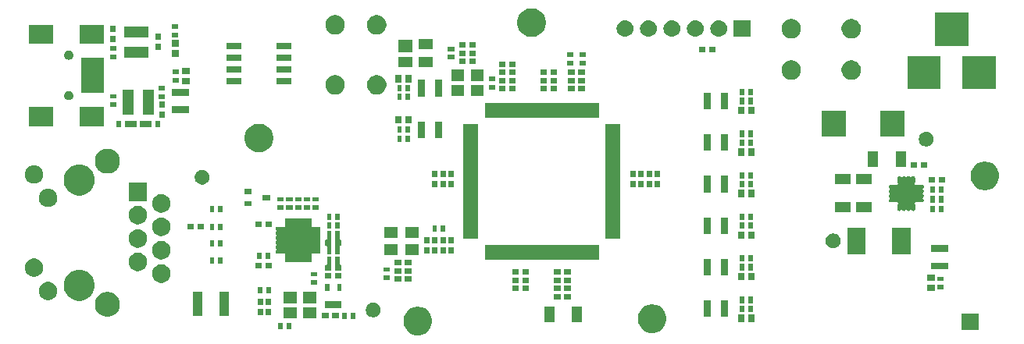
<source format=gbr>
G04 #@! TF.GenerationSoftware,KiCad,Pcbnew,(5.1.4)-1*
G04 #@! TF.CreationDate,2020-04-10T13:24:09-05:00*
G04 #@! TF.ProjectId,PIC32MZ_ETH_Demo,50494333-324d-45a5-9f45-54485f44656d,rev?*
G04 #@! TF.SameCoordinates,Original*
G04 #@! TF.FileFunction,Soldermask,Top*
G04 #@! TF.FilePolarity,Negative*
%FSLAX46Y46*%
G04 Gerber Fmt 4.6, Leading zero omitted, Abs format (unit mm)*
G04 Created by KiCad (PCBNEW (5.1.4)-1) date 2020-04-10 13:24:09*
%MOMM*%
%LPD*%
G04 APERTURE LIST*
%ADD10C,0.100000*%
G04 APERTURE END LIST*
D10*
G36*
X138415085Y-79441302D02*
G01*
X138564910Y-79471104D01*
X138847174Y-79588021D01*
X139101205Y-79757759D01*
X139317241Y-79973795D01*
X139486979Y-80227826D01*
X139603896Y-80510090D01*
X139663500Y-80809740D01*
X139663500Y-81115260D01*
X139603896Y-81414910D01*
X139486979Y-81697174D01*
X139317241Y-81951205D01*
X139101205Y-82167241D01*
X138847174Y-82336979D01*
X138564910Y-82453896D01*
X138415085Y-82483698D01*
X138265261Y-82513500D01*
X137959739Y-82513500D01*
X137809915Y-82483698D01*
X137660090Y-82453896D01*
X137377826Y-82336979D01*
X137123795Y-82167241D01*
X136907759Y-81951205D01*
X136738021Y-81697174D01*
X136621104Y-81414910D01*
X136561500Y-81115260D01*
X136561500Y-80809740D01*
X136621104Y-80510090D01*
X136738021Y-80227826D01*
X136907759Y-79973795D01*
X137123795Y-79757759D01*
X137377826Y-79588021D01*
X137660090Y-79471104D01*
X137809915Y-79441302D01*
X137959739Y-79411500D01*
X138265261Y-79411500D01*
X138415085Y-79441302D01*
X138415085Y-79441302D01*
G37*
G36*
X163815085Y-79187302D02*
G01*
X163964910Y-79217104D01*
X164247174Y-79334021D01*
X164501205Y-79503759D01*
X164717241Y-79719795D01*
X164886979Y-79973826D01*
X165003896Y-80256090D01*
X165063500Y-80555740D01*
X165063500Y-80861260D01*
X165003896Y-81160910D01*
X164886979Y-81443174D01*
X164717241Y-81697205D01*
X164501205Y-81913241D01*
X164247174Y-82082979D01*
X163964910Y-82199896D01*
X163815085Y-82229698D01*
X163665261Y-82259500D01*
X163359739Y-82259500D01*
X163209915Y-82229698D01*
X163060090Y-82199896D01*
X162777826Y-82082979D01*
X162523795Y-81913241D01*
X162307759Y-81697205D01*
X162138021Y-81443174D01*
X162021104Y-81160910D01*
X161961500Y-80861260D01*
X161961500Y-80555740D01*
X162021104Y-80256090D01*
X162138021Y-79973826D01*
X162307759Y-79719795D01*
X162523795Y-79503759D01*
X162777826Y-79334021D01*
X163060090Y-79217104D01*
X163209915Y-79187302D01*
X163359739Y-79157500D01*
X163665261Y-79157500D01*
X163815085Y-79187302D01*
X163815085Y-79187302D01*
G37*
G36*
X198894000Y-81927000D02*
G01*
X197092000Y-81927000D01*
X197092000Y-80125000D01*
X198894000Y-80125000D01*
X198894000Y-81927000D01*
X198894000Y-81927000D01*
G37*
G36*
X124399000Y-81885000D02*
G01*
X123897000Y-81885000D01*
X123897000Y-81183000D01*
X124399000Y-81183000D01*
X124399000Y-81885000D01*
X124399000Y-81885000D01*
G37*
G36*
X123499000Y-81885000D02*
G01*
X122997000Y-81885000D01*
X122997000Y-81183000D01*
X123499000Y-81183000D01*
X123499000Y-81885000D01*
X123499000Y-81885000D01*
G37*
G36*
X155911500Y-81051500D02*
G01*
X154809500Y-81051500D01*
X154809500Y-79349500D01*
X155911500Y-79349500D01*
X155911500Y-81051500D01*
X155911500Y-81051500D01*
G37*
G36*
X152911500Y-81051500D02*
G01*
X151809500Y-81051500D01*
X151809500Y-79349500D01*
X152911500Y-79349500D01*
X152911500Y-81051500D01*
X152911500Y-81051500D01*
G37*
G36*
X173537000Y-81046000D02*
G01*
X172835000Y-81046000D01*
X172835000Y-80244000D01*
X173537000Y-80244000D01*
X173537000Y-81046000D01*
X173537000Y-81046000D01*
G37*
G36*
X174637000Y-81046000D02*
G01*
X173935000Y-81046000D01*
X173935000Y-80244000D01*
X174637000Y-80244000D01*
X174637000Y-81046000D01*
X174637000Y-81046000D01*
G37*
G36*
X130420500Y-80742000D02*
G01*
X129918500Y-80742000D01*
X129918500Y-80040000D01*
X130420500Y-80040000D01*
X130420500Y-80742000D01*
X130420500Y-80742000D01*
G37*
G36*
X131320500Y-80742000D02*
G01*
X130818500Y-80742000D01*
X130818500Y-80040000D01*
X131320500Y-80040000D01*
X131320500Y-80742000D01*
X131320500Y-80742000D01*
G37*
G36*
X128452000Y-80692000D02*
G01*
X127750000Y-80692000D01*
X127750000Y-80090000D01*
X128452000Y-80090000D01*
X128452000Y-80692000D01*
X128452000Y-80692000D01*
G37*
G36*
X129552000Y-80692000D02*
G01*
X128850000Y-80692000D01*
X128850000Y-80090000D01*
X129552000Y-80090000D01*
X129552000Y-80692000D01*
X129552000Y-80692000D01*
G37*
G36*
X125000000Y-80674000D02*
G01*
X123598000Y-80674000D01*
X123598000Y-79472000D01*
X125000000Y-79472000D01*
X125000000Y-80674000D01*
X125000000Y-80674000D01*
G37*
G36*
X127100000Y-80674000D02*
G01*
X125698000Y-80674000D01*
X125698000Y-79472000D01*
X127100000Y-79472000D01*
X127100000Y-80674000D01*
X127100000Y-80674000D01*
G37*
G36*
X133520142Y-78985781D02*
G01*
X133665914Y-79046162D01*
X133665916Y-79046163D01*
X133797108Y-79133822D01*
X133908678Y-79245392D01*
X133978240Y-79349500D01*
X133996338Y-79376586D01*
X134056719Y-79522358D01*
X134087500Y-79677107D01*
X134087500Y-79834893D01*
X134056719Y-79989642D01*
X133996338Y-80135414D01*
X133996337Y-80135416D01*
X133908678Y-80266608D01*
X133797108Y-80378178D01*
X133665916Y-80465837D01*
X133665915Y-80465838D01*
X133665914Y-80465838D01*
X133520142Y-80526219D01*
X133365393Y-80557000D01*
X133207607Y-80557000D01*
X133052858Y-80526219D01*
X132907086Y-80465838D01*
X132907085Y-80465838D01*
X132907084Y-80465837D01*
X132775892Y-80378178D01*
X132664322Y-80266608D01*
X132576663Y-80135416D01*
X132576662Y-80135414D01*
X132516281Y-79989642D01*
X132485500Y-79834893D01*
X132485500Y-79677107D01*
X132516281Y-79522358D01*
X132576662Y-79376586D01*
X132594760Y-79349500D01*
X132664322Y-79245392D01*
X132775892Y-79133822D01*
X132907084Y-79046163D01*
X132907086Y-79046162D01*
X133052858Y-78985781D01*
X133207607Y-78955000D01*
X133365393Y-78955000D01*
X133520142Y-78985781D01*
X133520142Y-78985781D01*
G37*
G36*
X169860000Y-80530000D02*
G01*
X169108000Y-80530000D01*
X169108000Y-78728000D01*
X169860000Y-78728000D01*
X169860000Y-80530000D01*
X169860000Y-80530000D01*
G37*
G36*
X171760000Y-80530000D02*
G01*
X171008000Y-80530000D01*
X171008000Y-78728000D01*
X171760000Y-78728000D01*
X171760000Y-80530000D01*
X171760000Y-80530000D01*
G37*
G36*
X104863572Y-77849918D02*
G01*
X104943155Y-77882882D01*
X105109439Y-77951759D01*
X105165953Y-77989521D01*
X105330711Y-78099609D01*
X105518891Y-78287789D01*
X105666742Y-78509063D01*
X105768582Y-78754928D01*
X105820500Y-79015937D01*
X105820500Y-79282063D01*
X105801698Y-79376586D01*
X105768582Y-79543072D01*
X105666741Y-79788939D01*
X105592313Y-79900328D01*
X105518891Y-80010211D01*
X105330711Y-80198391D01*
X105244357Y-80256091D01*
X105109439Y-80346241D01*
X105109438Y-80346242D01*
X105109437Y-80346242D01*
X104863572Y-80448082D01*
X104602563Y-80500000D01*
X104336437Y-80500000D01*
X104075428Y-80448082D01*
X103829563Y-80346242D01*
X103829562Y-80346242D01*
X103829561Y-80346241D01*
X103694643Y-80256091D01*
X103608289Y-80198391D01*
X103420109Y-80010211D01*
X103346687Y-79900328D01*
X103272259Y-79788939D01*
X103170418Y-79543072D01*
X103137302Y-79376586D01*
X103118500Y-79282063D01*
X103118500Y-79015937D01*
X103170418Y-78754928D01*
X103272258Y-78509063D01*
X103420109Y-78287789D01*
X103608289Y-78099609D01*
X103773047Y-77989521D01*
X103829561Y-77951759D01*
X103995846Y-77882882D01*
X104075428Y-77849918D01*
X104336437Y-77798000D01*
X104602563Y-77798000D01*
X104863572Y-77849918D01*
X104863572Y-77849918D01*
G37*
G36*
X114748000Y-80422000D02*
G01*
X113746000Y-80422000D01*
X113746000Y-77820000D01*
X114748000Y-77820000D01*
X114748000Y-80422000D01*
X114748000Y-80422000D01*
G37*
G36*
X117648000Y-80422000D02*
G01*
X116646000Y-80422000D01*
X116646000Y-77820000D01*
X117648000Y-77820000D01*
X117648000Y-80422000D01*
X117648000Y-80422000D01*
G37*
G36*
X121332000Y-80339500D02*
G01*
X120730000Y-80339500D01*
X120730000Y-79637500D01*
X121332000Y-79637500D01*
X121332000Y-80339500D01*
X121332000Y-80339500D01*
G37*
G36*
X122221000Y-80339500D02*
G01*
X121619000Y-80339500D01*
X121619000Y-79637500D01*
X122221000Y-79637500D01*
X122221000Y-80339500D01*
X122221000Y-80339500D01*
G37*
G36*
X174437000Y-79980000D02*
G01*
X173935000Y-79980000D01*
X173935000Y-79278000D01*
X174437000Y-79278000D01*
X174437000Y-79980000D01*
X174437000Y-79980000D01*
G37*
G36*
X173537000Y-79980000D02*
G01*
X173035000Y-79980000D01*
X173035000Y-79278000D01*
X173537000Y-79278000D01*
X173537000Y-79980000D01*
X173537000Y-79980000D01*
G37*
G36*
X129869500Y-79558000D02*
G01*
X128067500Y-79558000D01*
X128067500Y-78806000D01*
X129869500Y-78806000D01*
X129869500Y-79558000D01*
X129869500Y-79558000D01*
G37*
G36*
X121332000Y-79239500D02*
G01*
X120730000Y-79239500D01*
X120730000Y-78537500D01*
X121332000Y-78537500D01*
X121332000Y-79239500D01*
X121332000Y-79239500D01*
G37*
G36*
X122221000Y-79239500D02*
G01*
X121619000Y-79239500D01*
X121619000Y-78537500D01*
X122221000Y-78537500D01*
X122221000Y-79239500D01*
X122221000Y-79239500D01*
G37*
G36*
X173537000Y-79027500D02*
G01*
X173035000Y-79027500D01*
X173035000Y-78325500D01*
X173537000Y-78325500D01*
X173537000Y-79027500D01*
X173537000Y-79027500D01*
G37*
G36*
X174437000Y-79027500D02*
G01*
X173935000Y-79027500D01*
X173935000Y-78325500D01*
X174437000Y-78325500D01*
X174437000Y-79027500D01*
X174437000Y-79027500D01*
G37*
G36*
X127100000Y-79024000D02*
G01*
X125698000Y-79024000D01*
X125698000Y-77822000D01*
X127100000Y-77822000D01*
X127100000Y-79024000D01*
X127100000Y-79024000D01*
G37*
G36*
X125000000Y-79024000D02*
G01*
X123598000Y-79024000D01*
X123598000Y-77822000D01*
X125000000Y-77822000D01*
X125000000Y-79024000D01*
X125000000Y-79024000D01*
G37*
G36*
X101700572Y-75436074D02*
G01*
X101908371Y-75477408D01*
X102213383Y-75603748D01*
X102487887Y-75787166D01*
X102721334Y-76020613D01*
X102904752Y-76295117D01*
X103005150Y-76537500D01*
X103031092Y-76600130D01*
X103074103Y-76816356D01*
X103095500Y-76923928D01*
X103095500Y-77254072D01*
X103031092Y-77577871D01*
X102904752Y-77882883D01*
X102721334Y-78157387D01*
X102487887Y-78390834D01*
X102213383Y-78574252D01*
X101908371Y-78700592D01*
X101770582Y-78728000D01*
X101584573Y-78765000D01*
X101254427Y-78765000D01*
X101068418Y-78728000D01*
X100930629Y-78700592D01*
X100625617Y-78574252D01*
X100351113Y-78390834D01*
X100117666Y-78157387D01*
X99934248Y-77882883D01*
X99807908Y-77577871D01*
X99743500Y-77254072D01*
X99743500Y-76923928D01*
X99764898Y-76816356D01*
X99807908Y-76600130D01*
X99833850Y-76537500D01*
X99934248Y-76295117D01*
X100117666Y-76020613D01*
X100351113Y-75787166D01*
X100625617Y-75603748D01*
X100930629Y-75477408D01*
X101138428Y-75436074D01*
X101254427Y-75413000D01*
X101584573Y-75413000D01*
X101700572Y-75436074D01*
X101700572Y-75436074D01*
G37*
G36*
X98330021Y-76741275D02*
G01*
X98420653Y-76778816D01*
X98511283Y-76816356D01*
X98674413Y-76925356D01*
X98813144Y-77064087D01*
X98922144Y-77227217D01*
X98933268Y-77254073D01*
X98997225Y-77408479D01*
X99035500Y-77600901D01*
X99035500Y-77797099D01*
X98997225Y-77989521D01*
X98959684Y-78080153D01*
X98922144Y-78170783D01*
X98813144Y-78333913D01*
X98674413Y-78472644D01*
X98511283Y-78581644D01*
X98420652Y-78619184D01*
X98330021Y-78656725D01*
X98137599Y-78695000D01*
X97941401Y-78695000D01*
X97748979Y-78656725D01*
X97658347Y-78619184D01*
X97567717Y-78581644D01*
X97404587Y-78472644D01*
X97265856Y-78333913D01*
X97156856Y-78170783D01*
X97119316Y-78080153D01*
X97081775Y-77989521D01*
X97043500Y-77797099D01*
X97043500Y-77600901D01*
X97081775Y-77408479D01*
X97145732Y-77254073D01*
X97156856Y-77227217D01*
X97265856Y-77064087D01*
X97404587Y-76925356D01*
X97567717Y-76816356D01*
X97658347Y-76778816D01*
X97748979Y-76741275D01*
X97941401Y-76703000D01*
X98137599Y-76703000D01*
X98330021Y-76741275D01*
X98330021Y-76741275D01*
G37*
G36*
X154698000Y-78596500D02*
G01*
X153996000Y-78596500D01*
X153996000Y-77994500D01*
X154698000Y-77994500D01*
X154698000Y-78596500D01*
X154698000Y-78596500D01*
G37*
G36*
X153598000Y-78596500D02*
G01*
X152896000Y-78596500D01*
X152896000Y-77994500D01*
X153598000Y-77994500D01*
X153598000Y-78596500D01*
X153598000Y-78596500D01*
G37*
G36*
X121276500Y-77991999D02*
G01*
X120774500Y-77991999D01*
X120774500Y-77289999D01*
X121276500Y-77289999D01*
X121276500Y-77991999D01*
X121276500Y-77991999D01*
G37*
G36*
X122176500Y-77991999D02*
G01*
X121674500Y-77991999D01*
X121674500Y-77289999D01*
X122176500Y-77289999D01*
X122176500Y-77991999D01*
X122176500Y-77991999D01*
G37*
G36*
X194139500Y-77736000D02*
G01*
X193337500Y-77736000D01*
X193337500Y-77034000D01*
X194139500Y-77034000D01*
X194139500Y-77736000D01*
X194139500Y-77736000D01*
G37*
G36*
X154698000Y-77707500D02*
G01*
X153996000Y-77707500D01*
X153996000Y-77105500D01*
X154698000Y-77105500D01*
X154698000Y-77707500D01*
X154698000Y-77707500D01*
G37*
G36*
X153598000Y-77707500D02*
G01*
X152896000Y-77707500D01*
X152896000Y-77105500D01*
X153598000Y-77105500D01*
X153598000Y-77707500D01*
X153598000Y-77707500D01*
G37*
G36*
X149089500Y-77707500D02*
G01*
X148387500Y-77707500D01*
X148387500Y-77105500D01*
X149089500Y-77105500D01*
X149089500Y-77707500D01*
X149089500Y-77707500D01*
G37*
G36*
X150189500Y-77707500D02*
G01*
X149487500Y-77707500D01*
X149487500Y-77105500D01*
X150189500Y-77105500D01*
X150189500Y-77707500D01*
X150189500Y-77707500D01*
G37*
G36*
X128569500Y-77658000D02*
G01*
X128067500Y-77658000D01*
X128067500Y-76906000D01*
X128569500Y-76906000D01*
X128569500Y-77658000D01*
X128569500Y-77658000D01*
G37*
G36*
X129869500Y-77658000D02*
G01*
X129367500Y-77658000D01*
X129367500Y-76906000D01*
X129869500Y-76906000D01*
X129869500Y-77658000D01*
X129869500Y-77658000D01*
G37*
G36*
X195105500Y-77536000D02*
G01*
X194403500Y-77536000D01*
X194403500Y-77034000D01*
X195105500Y-77034000D01*
X195105500Y-77536000D01*
X195105500Y-77536000D01*
G37*
G36*
X127224000Y-77028000D02*
G01*
X126522000Y-77028000D01*
X126522000Y-76526000D01*
X127224000Y-76526000D01*
X127224000Y-77028000D01*
X127224000Y-77028000D01*
G37*
G36*
X110494785Y-74837234D02*
G01*
X110591481Y-74856468D01*
X110773651Y-74931926D01*
X110937600Y-75041473D01*
X111077027Y-75180900D01*
X111186574Y-75344849D01*
X111262032Y-75527019D01*
X111300500Y-75720410D01*
X111300500Y-75917590D01*
X111262032Y-76110981D01*
X111186574Y-76293151D01*
X111077027Y-76457100D01*
X110937600Y-76596527D01*
X110773651Y-76706074D01*
X110591481Y-76781532D01*
X110398091Y-76820000D01*
X110200909Y-76820000D01*
X110007519Y-76781532D01*
X109825349Y-76706074D01*
X109661400Y-76596527D01*
X109521973Y-76457100D01*
X109412426Y-76293151D01*
X109336968Y-76110981D01*
X109298500Y-75917590D01*
X109298500Y-75720410D01*
X109336968Y-75527019D01*
X109412426Y-75344849D01*
X109521973Y-75180900D01*
X109661400Y-75041473D01*
X109825349Y-74931926D01*
X110007519Y-74856468D01*
X110104215Y-74837234D01*
X110200909Y-74818000D01*
X110398091Y-74818000D01*
X110494785Y-74837234D01*
X110494785Y-74837234D01*
G37*
G36*
X154698000Y-76818500D02*
G01*
X153996000Y-76818500D01*
X153996000Y-76216500D01*
X154698000Y-76216500D01*
X154698000Y-76818500D01*
X154698000Y-76818500D01*
G37*
G36*
X149089500Y-76818500D02*
G01*
X148387500Y-76818500D01*
X148387500Y-76216500D01*
X149089500Y-76216500D01*
X149089500Y-76818500D01*
X149089500Y-76818500D01*
G37*
G36*
X150189500Y-76818500D02*
G01*
X149487500Y-76818500D01*
X149487500Y-76216500D01*
X150189500Y-76216500D01*
X150189500Y-76818500D01*
X150189500Y-76818500D01*
G37*
G36*
X153598000Y-76818500D02*
G01*
X152896000Y-76818500D01*
X152896000Y-76216500D01*
X153598000Y-76216500D01*
X153598000Y-76818500D01*
X153598000Y-76818500D01*
G37*
G36*
X137426000Y-76691500D02*
G01*
X136724000Y-76691500D01*
X136724000Y-76089500D01*
X137426000Y-76089500D01*
X137426000Y-76691500D01*
X137426000Y-76691500D01*
G37*
G36*
X136326000Y-76691500D02*
G01*
X135624000Y-76691500D01*
X135624000Y-76089500D01*
X136326000Y-76089500D01*
X136326000Y-76691500D01*
X136326000Y-76691500D01*
G37*
G36*
X194139500Y-76636000D02*
G01*
X193337500Y-76636000D01*
X193337500Y-75934000D01*
X194139500Y-75934000D01*
X194139500Y-76636000D01*
X194139500Y-76636000D01*
G37*
G36*
X195105500Y-76636000D02*
G01*
X194403500Y-76636000D01*
X194403500Y-76134000D01*
X195105500Y-76134000D01*
X195105500Y-76636000D01*
X195105500Y-76636000D01*
G37*
G36*
X173537000Y-76537500D02*
G01*
X172835000Y-76537500D01*
X172835000Y-75735500D01*
X173537000Y-75735500D01*
X173537000Y-76537500D01*
X173537000Y-76537500D01*
G37*
G36*
X174637000Y-76537500D02*
G01*
X173935000Y-76537500D01*
X173935000Y-75735500D01*
X174637000Y-75735500D01*
X174637000Y-76537500D01*
X174637000Y-76537500D01*
G37*
G36*
X135098000Y-76520000D02*
G01*
X134396000Y-76520000D01*
X134396000Y-76018000D01*
X135098000Y-76018000D01*
X135098000Y-76520000D01*
X135098000Y-76520000D01*
G37*
G36*
X129869500Y-76374000D02*
G01*
X129167500Y-76374000D01*
X129167500Y-75772000D01*
X129869500Y-75772000D01*
X129869500Y-76374000D01*
X129869500Y-76374000D01*
G37*
G36*
X128769500Y-76374000D02*
G01*
X128067500Y-76374000D01*
X128067500Y-75772000D01*
X128769500Y-75772000D01*
X128769500Y-76374000D01*
X128769500Y-76374000D01*
G37*
G36*
X96810021Y-74201275D02*
G01*
X96900653Y-74238816D01*
X96991283Y-74276356D01*
X97154413Y-74385356D01*
X97293144Y-74524087D01*
X97402144Y-74687217D01*
X97416344Y-74721500D01*
X97477225Y-74868479D01*
X97515500Y-75060901D01*
X97515500Y-75257099D01*
X97477225Y-75449521D01*
X97445124Y-75527019D01*
X97402144Y-75630783D01*
X97293144Y-75793913D01*
X97154413Y-75932644D01*
X96991283Y-76041644D01*
X96900653Y-76079184D01*
X96810021Y-76116725D01*
X96617599Y-76155000D01*
X96421401Y-76155000D01*
X96228979Y-76116725D01*
X96138347Y-76079184D01*
X96047717Y-76041644D01*
X95884587Y-75932644D01*
X95745856Y-75793913D01*
X95636856Y-75630783D01*
X95593876Y-75527019D01*
X95561775Y-75449521D01*
X95523500Y-75257099D01*
X95523500Y-75060901D01*
X95561775Y-74868479D01*
X95622656Y-74721500D01*
X95636856Y-74687217D01*
X95745856Y-74524087D01*
X95884587Y-74385356D01*
X96047717Y-74276356D01*
X96138347Y-74238816D01*
X96228979Y-74201275D01*
X96421401Y-74163000D01*
X96617599Y-74163000D01*
X96810021Y-74201275D01*
X96810021Y-74201275D01*
G37*
G36*
X127224000Y-76128000D02*
G01*
X126522000Y-76128000D01*
X126522000Y-75626000D01*
X127224000Y-75626000D01*
X127224000Y-76128000D01*
X127224000Y-76128000D01*
G37*
G36*
X169860000Y-76021500D02*
G01*
X169108000Y-76021500D01*
X169108000Y-74219500D01*
X169860000Y-74219500D01*
X169860000Y-76021500D01*
X169860000Y-76021500D01*
G37*
G36*
X171760000Y-76021500D02*
G01*
X171008000Y-76021500D01*
X171008000Y-74219500D01*
X171760000Y-74219500D01*
X171760000Y-76021500D01*
X171760000Y-76021500D01*
G37*
G36*
X149089500Y-75929500D02*
G01*
X148387500Y-75929500D01*
X148387500Y-75327500D01*
X149089500Y-75327500D01*
X149089500Y-75929500D01*
X149089500Y-75929500D01*
G37*
G36*
X150189500Y-75929500D02*
G01*
X149487500Y-75929500D01*
X149487500Y-75327500D01*
X150189500Y-75327500D01*
X150189500Y-75929500D01*
X150189500Y-75929500D01*
G37*
G36*
X154698000Y-75929500D02*
G01*
X153996000Y-75929500D01*
X153996000Y-75327500D01*
X154698000Y-75327500D01*
X154698000Y-75929500D01*
X154698000Y-75929500D01*
G37*
G36*
X153598000Y-75929500D02*
G01*
X152896000Y-75929500D01*
X152896000Y-75327500D01*
X153598000Y-75327500D01*
X153598000Y-75929500D01*
X153598000Y-75929500D01*
G37*
G36*
X137426000Y-75802500D02*
G01*
X136724000Y-75802500D01*
X136724000Y-75200500D01*
X137426000Y-75200500D01*
X137426000Y-75802500D01*
X137426000Y-75802500D01*
G37*
G36*
X136326000Y-75802500D02*
G01*
X135624000Y-75802500D01*
X135624000Y-75200500D01*
X136326000Y-75200500D01*
X136326000Y-75802500D01*
X136326000Y-75802500D01*
G37*
G36*
X135098000Y-75620000D02*
G01*
X134396000Y-75620000D01*
X134396000Y-75118000D01*
X135098000Y-75118000D01*
X135098000Y-75620000D01*
X135098000Y-75620000D01*
G37*
G36*
X107933500Y-73563000D02*
G01*
X108051481Y-73586468D01*
X108233651Y-73661926D01*
X108397600Y-73771473D01*
X108537027Y-73910900D01*
X108646574Y-74074849D01*
X108722032Y-74257019D01*
X108760500Y-74450410D01*
X108760500Y-74647590D01*
X108722032Y-74840981D01*
X108646574Y-75023151D01*
X108537027Y-75187100D01*
X108397600Y-75326527D01*
X108233651Y-75436074D01*
X108233650Y-75436075D01*
X108233649Y-75436075D01*
X108201185Y-75449522D01*
X108051481Y-75511532D01*
X108011423Y-75519500D01*
X107858091Y-75550000D01*
X107660909Y-75550000D01*
X107507577Y-75519500D01*
X107467519Y-75511532D01*
X107317815Y-75449522D01*
X107285351Y-75436075D01*
X107285350Y-75436075D01*
X107285349Y-75436074D01*
X107121400Y-75326527D01*
X106981973Y-75187100D01*
X106872426Y-75023151D01*
X106796968Y-74840981D01*
X106758500Y-74647590D01*
X106758500Y-74450410D01*
X106796968Y-74257019D01*
X106872426Y-74074849D01*
X106981973Y-73910900D01*
X107121400Y-73771473D01*
X107285349Y-73661926D01*
X107467519Y-73586468D01*
X107585500Y-73563000D01*
X107660909Y-73548000D01*
X107858091Y-73548000D01*
X107933500Y-73563000D01*
X107933500Y-73563000D01*
G37*
G36*
X128769500Y-75485000D02*
G01*
X128067500Y-75485000D01*
X128067500Y-74883000D01*
X128142501Y-74883000D01*
X128166887Y-74880598D01*
X128190336Y-74873485D01*
X128211947Y-74861934D01*
X128230889Y-74846389D01*
X128246434Y-74827447D01*
X128257985Y-74805836D01*
X128265098Y-74782387D01*
X128267500Y-74758001D01*
X128267500Y-73944000D01*
X128769500Y-73944000D01*
X128769500Y-75485000D01*
X128769500Y-75485000D01*
G37*
G36*
X129669500Y-74758001D02*
G01*
X129671902Y-74782387D01*
X129679015Y-74805836D01*
X129690566Y-74827447D01*
X129706111Y-74846389D01*
X129725053Y-74861934D01*
X129746664Y-74873485D01*
X129770113Y-74880598D01*
X129794499Y-74883000D01*
X129869500Y-74883000D01*
X129869500Y-75485000D01*
X129167500Y-75485000D01*
X129167500Y-73944000D01*
X129669500Y-73944000D01*
X129669500Y-74758001D01*
X129669500Y-74758001D01*
G37*
G36*
X173537000Y-75471500D02*
G01*
X173035000Y-75471500D01*
X173035000Y-74769500D01*
X173537000Y-74769500D01*
X173537000Y-75471500D01*
X173537000Y-75471500D01*
G37*
G36*
X174437000Y-75471500D02*
G01*
X173935000Y-75471500D01*
X173935000Y-74769500D01*
X174437000Y-74769500D01*
X174437000Y-75471500D01*
X174437000Y-75471500D01*
G37*
G36*
X195592000Y-75367000D02*
G01*
X193790000Y-75367000D01*
X193790000Y-74615000D01*
X195592000Y-74615000D01*
X195592000Y-75367000D01*
X195592000Y-75367000D01*
G37*
G36*
X122313000Y-75231000D02*
G01*
X121611000Y-75231000D01*
X121611000Y-74629000D01*
X122313000Y-74629000D01*
X122313000Y-75231000D01*
X122313000Y-75231000D01*
G37*
G36*
X121213000Y-75231000D02*
G01*
X120511000Y-75231000D01*
X120511000Y-74629000D01*
X121213000Y-74629000D01*
X121213000Y-75231000D01*
X121213000Y-75231000D01*
G37*
G36*
X137426000Y-74913500D02*
G01*
X136724000Y-74913500D01*
X136724000Y-74311500D01*
X137426000Y-74311500D01*
X137426000Y-74913500D01*
X137426000Y-74913500D01*
G37*
G36*
X136326000Y-74913500D02*
G01*
X135624000Y-74913500D01*
X135624000Y-74311500D01*
X136326000Y-74311500D01*
X136326000Y-74913500D01*
X136326000Y-74913500D01*
G37*
G36*
X116969500Y-74773000D02*
G01*
X116467500Y-74773000D01*
X116467500Y-74071000D01*
X116969500Y-74071000D01*
X116969500Y-74773000D01*
X116969500Y-74773000D01*
G37*
G36*
X116069500Y-74773000D02*
G01*
X115567500Y-74773000D01*
X115567500Y-74071000D01*
X116069500Y-74071000D01*
X116069500Y-74773000D01*
X116069500Y-74773000D01*
G37*
G36*
X124063855Y-69799583D02*
G01*
X124068529Y-69801001D01*
X124072830Y-69803300D01*
X124079202Y-69808529D01*
X124099576Y-69822143D01*
X124122215Y-69831520D01*
X124146249Y-69836300D01*
X124170753Y-69836300D01*
X124194786Y-69831519D01*
X124217425Y-69822142D01*
X124237798Y-69808529D01*
X124244170Y-69803300D01*
X124248471Y-69801001D01*
X124253145Y-69799583D01*
X124264141Y-69798500D01*
X124552859Y-69798500D01*
X124563855Y-69799583D01*
X124568529Y-69801001D01*
X124572830Y-69803300D01*
X124579202Y-69808529D01*
X124599576Y-69822143D01*
X124622215Y-69831520D01*
X124646249Y-69836300D01*
X124670753Y-69836300D01*
X124694786Y-69831519D01*
X124717425Y-69822142D01*
X124737798Y-69808529D01*
X124744170Y-69803300D01*
X124748471Y-69801001D01*
X124753145Y-69799583D01*
X124764141Y-69798500D01*
X125052859Y-69798500D01*
X125063855Y-69799583D01*
X125068529Y-69801001D01*
X125072830Y-69803300D01*
X125079202Y-69808529D01*
X125099576Y-69822143D01*
X125122215Y-69831520D01*
X125146249Y-69836300D01*
X125170753Y-69836300D01*
X125194786Y-69831519D01*
X125217425Y-69822142D01*
X125237798Y-69808529D01*
X125244170Y-69803300D01*
X125248471Y-69801001D01*
X125253145Y-69799583D01*
X125264141Y-69798500D01*
X125552859Y-69798500D01*
X125563855Y-69799583D01*
X125568529Y-69801001D01*
X125572830Y-69803300D01*
X125579202Y-69808529D01*
X125599576Y-69822143D01*
X125622215Y-69831520D01*
X125646249Y-69836300D01*
X125670753Y-69836300D01*
X125694786Y-69831519D01*
X125717425Y-69822142D01*
X125737798Y-69808529D01*
X125744170Y-69803300D01*
X125748471Y-69801001D01*
X125753145Y-69799583D01*
X125764141Y-69798500D01*
X126052859Y-69798500D01*
X126063855Y-69799583D01*
X126068529Y-69801001D01*
X126072830Y-69803300D01*
X126079202Y-69808529D01*
X126099576Y-69822143D01*
X126122215Y-69831520D01*
X126146249Y-69836300D01*
X126170753Y-69836300D01*
X126194786Y-69831519D01*
X126217425Y-69822142D01*
X126237798Y-69808529D01*
X126244170Y-69803300D01*
X126248471Y-69801001D01*
X126253145Y-69799583D01*
X126264141Y-69798500D01*
X126552859Y-69798500D01*
X126563855Y-69799583D01*
X126568529Y-69801001D01*
X126572831Y-69803300D01*
X126576604Y-69806396D01*
X126579700Y-69810169D01*
X126581999Y-69814471D01*
X126583417Y-69819145D01*
X126584500Y-69830141D01*
X126584500Y-70648501D01*
X126586902Y-70672887D01*
X126594015Y-70696336D01*
X126605566Y-70717947D01*
X126621111Y-70736889D01*
X126640053Y-70752434D01*
X126661664Y-70763985D01*
X126685113Y-70771098D01*
X126709499Y-70773500D01*
X127527859Y-70773500D01*
X127538855Y-70774583D01*
X127543529Y-70776001D01*
X127547831Y-70778300D01*
X127551604Y-70781396D01*
X127554700Y-70785169D01*
X127556999Y-70789471D01*
X127558417Y-70794145D01*
X127559500Y-70805141D01*
X127559500Y-71093859D01*
X127558417Y-71104855D01*
X127556999Y-71109529D01*
X127554700Y-71113830D01*
X127549471Y-71120202D01*
X127535857Y-71140576D01*
X127526480Y-71163215D01*
X127521700Y-71187249D01*
X127521700Y-71211753D01*
X127526481Y-71235786D01*
X127535858Y-71258425D01*
X127549471Y-71278798D01*
X127554700Y-71285170D01*
X127556999Y-71289471D01*
X127558417Y-71294145D01*
X127559500Y-71305141D01*
X127559500Y-71593859D01*
X127558417Y-71604855D01*
X127556999Y-71609529D01*
X127554700Y-71613830D01*
X127549471Y-71620202D01*
X127535857Y-71640576D01*
X127526480Y-71663215D01*
X127521700Y-71687249D01*
X127521700Y-71711753D01*
X127526481Y-71735786D01*
X127535858Y-71758425D01*
X127549471Y-71778798D01*
X127554700Y-71785170D01*
X127556999Y-71789471D01*
X127558417Y-71794145D01*
X127559500Y-71805141D01*
X127559500Y-72093859D01*
X127558417Y-72104855D01*
X127556999Y-72109529D01*
X127554700Y-72113830D01*
X127549471Y-72120202D01*
X127535857Y-72140576D01*
X127526480Y-72163215D01*
X127521700Y-72187249D01*
X127521700Y-72211753D01*
X127526481Y-72235786D01*
X127535858Y-72258425D01*
X127549471Y-72278798D01*
X127554700Y-72285170D01*
X127556999Y-72289471D01*
X127558417Y-72294145D01*
X127559500Y-72305141D01*
X127559500Y-72593859D01*
X127558417Y-72604855D01*
X127556999Y-72609529D01*
X127554700Y-72613830D01*
X127549471Y-72620202D01*
X127535857Y-72640576D01*
X127526480Y-72663215D01*
X127521700Y-72687249D01*
X127521700Y-72711753D01*
X127526481Y-72735786D01*
X127535858Y-72758425D01*
X127549471Y-72778798D01*
X127554700Y-72785170D01*
X127556999Y-72789471D01*
X127558417Y-72794145D01*
X127559500Y-72805141D01*
X127559500Y-73093859D01*
X127558417Y-73104855D01*
X127556999Y-73109529D01*
X127554700Y-73113830D01*
X127549471Y-73120202D01*
X127535857Y-73140576D01*
X127526480Y-73163215D01*
X127521700Y-73187249D01*
X127521700Y-73211753D01*
X127526481Y-73235786D01*
X127535858Y-73258425D01*
X127549471Y-73278798D01*
X127554700Y-73285170D01*
X127556999Y-73289471D01*
X127558417Y-73294145D01*
X127559500Y-73305141D01*
X127559500Y-73593859D01*
X127558417Y-73604855D01*
X127556999Y-73609529D01*
X127554700Y-73613831D01*
X127551604Y-73617604D01*
X127547831Y-73620700D01*
X127543529Y-73622999D01*
X127538855Y-73624417D01*
X127527859Y-73625500D01*
X126709499Y-73625500D01*
X126685113Y-73627902D01*
X126661664Y-73635015D01*
X126640053Y-73646566D01*
X126621111Y-73662111D01*
X126605566Y-73681053D01*
X126594015Y-73702664D01*
X126586902Y-73726113D01*
X126584500Y-73750499D01*
X126584500Y-74568859D01*
X126583417Y-74579855D01*
X126581999Y-74584529D01*
X126579700Y-74588831D01*
X126576604Y-74592604D01*
X126572831Y-74595700D01*
X126568529Y-74597999D01*
X126563855Y-74599417D01*
X126552859Y-74600500D01*
X126264141Y-74600500D01*
X126253145Y-74599417D01*
X126248471Y-74597999D01*
X126244170Y-74595700D01*
X126237798Y-74590471D01*
X126217424Y-74576857D01*
X126194785Y-74567480D01*
X126170751Y-74562700D01*
X126146247Y-74562700D01*
X126122214Y-74567481D01*
X126099575Y-74576858D01*
X126079202Y-74590471D01*
X126072830Y-74595700D01*
X126068529Y-74597999D01*
X126063855Y-74599417D01*
X126052859Y-74600500D01*
X125764141Y-74600500D01*
X125753145Y-74599417D01*
X125748471Y-74597999D01*
X125744170Y-74595700D01*
X125737798Y-74590471D01*
X125717424Y-74576857D01*
X125694785Y-74567480D01*
X125670751Y-74562700D01*
X125646247Y-74562700D01*
X125622214Y-74567481D01*
X125599575Y-74576858D01*
X125579202Y-74590471D01*
X125572830Y-74595700D01*
X125568529Y-74597999D01*
X125563855Y-74599417D01*
X125552859Y-74600500D01*
X125264141Y-74600500D01*
X125253145Y-74599417D01*
X125248471Y-74597999D01*
X125244170Y-74595700D01*
X125237798Y-74590471D01*
X125217424Y-74576857D01*
X125194785Y-74567480D01*
X125170751Y-74562700D01*
X125146247Y-74562700D01*
X125122214Y-74567481D01*
X125099575Y-74576858D01*
X125079202Y-74590471D01*
X125072830Y-74595700D01*
X125068529Y-74597999D01*
X125063855Y-74599417D01*
X125052859Y-74600500D01*
X124764141Y-74600500D01*
X124753145Y-74599417D01*
X124748471Y-74597999D01*
X124744170Y-74595700D01*
X124737798Y-74590471D01*
X124717424Y-74576857D01*
X124694785Y-74567480D01*
X124670751Y-74562700D01*
X124646247Y-74562700D01*
X124622214Y-74567481D01*
X124599575Y-74576858D01*
X124579202Y-74590471D01*
X124572830Y-74595700D01*
X124568529Y-74597999D01*
X124563855Y-74599417D01*
X124552859Y-74600500D01*
X124264141Y-74600500D01*
X124253145Y-74599417D01*
X124248471Y-74597999D01*
X124244170Y-74595700D01*
X124237798Y-74590471D01*
X124217424Y-74576857D01*
X124194785Y-74567480D01*
X124170751Y-74562700D01*
X124146247Y-74562700D01*
X124122214Y-74567481D01*
X124099575Y-74576858D01*
X124079202Y-74590471D01*
X124072830Y-74595700D01*
X124068529Y-74597999D01*
X124063855Y-74599417D01*
X124052859Y-74600500D01*
X123764141Y-74600500D01*
X123753145Y-74599417D01*
X123748471Y-74597999D01*
X123744169Y-74595700D01*
X123740396Y-74592604D01*
X123737300Y-74588831D01*
X123735001Y-74584529D01*
X123733583Y-74579855D01*
X123732500Y-74568859D01*
X123732500Y-73750499D01*
X123730098Y-73726113D01*
X123722985Y-73702664D01*
X123711434Y-73681053D01*
X123695889Y-73662111D01*
X123676947Y-73646566D01*
X123655336Y-73635015D01*
X123631887Y-73627902D01*
X123607501Y-73625500D01*
X122789141Y-73625500D01*
X122778145Y-73624417D01*
X122773471Y-73622999D01*
X122769169Y-73620700D01*
X122765396Y-73617604D01*
X122762300Y-73613831D01*
X122760001Y-73609529D01*
X122758583Y-73604855D01*
X122757500Y-73593859D01*
X122757500Y-73305141D01*
X122758583Y-73294145D01*
X122760001Y-73289471D01*
X122762300Y-73285170D01*
X122767529Y-73278798D01*
X122781143Y-73258424D01*
X122790520Y-73235785D01*
X122795300Y-73211751D01*
X122795300Y-73187247D01*
X122790519Y-73163214D01*
X122781142Y-73140575D01*
X122767529Y-73120202D01*
X122762300Y-73113830D01*
X122760001Y-73109529D01*
X122758583Y-73104855D01*
X122757500Y-73093859D01*
X122757500Y-72805141D01*
X122758583Y-72794145D01*
X122760001Y-72789471D01*
X122762300Y-72785170D01*
X122767529Y-72778798D01*
X122781143Y-72758424D01*
X122790520Y-72735785D01*
X122795300Y-72711751D01*
X122795300Y-72687247D01*
X122790519Y-72663214D01*
X122781142Y-72640575D01*
X122767529Y-72620202D01*
X122762300Y-72613830D01*
X122760001Y-72609529D01*
X122758583Y-72604855D01*
X122757500Y-72593859D01*
X122757500Y-72305141D01*
X122758583Y-72294145D01*
X122760001Y-72289471D01*
X122762300Y-72285170D01*
X122767529Y-72278798D01*
X122781143Y-72258424D01*
X122790520Y-72235785D01*
X122795300Y-72211751D01*
X122795300Y-72187247D01*
X122790519Y-72163214D01*
X122781142Y-72140575D01*
X122767529Y-72120202D01*
X122762300Y-72113830D01*
X122760001Y-72109529D01*
X122758583Y-72104855D01*
X122757500Y-72093859D01*
X122757500Y-71805141D01*
X122758583Y-71794145D01*
X122760001Y-71789471D01*
X122762300Y-71785170D01*
X122767529Y-71778798D01*
X122781143Y-71758424D01*
X122790520Y-71735785D01*
X122795300Y-71711751D01*
X122795300Y-71687247D01*
X122790519Y-71663214D01*
X122781142Y-71640575D01*
X122767529Y-71620202D01*
X122762300Y-71613830D01*
X122760001Y-71609529D01*
X122758583Y-71604855D01*
X122757500Y-71593859D01*
X122757500Y-71305141D01*
X122758583Y-71294145D01*
X122760001Y-71289471D01*
X122762300Y-71285170D01*
X122767529Y-71278798D01*
X122781143Y-71258424D01*
X122790520Y-71235785D01*
X122795300Y-71211751D01*
X122795300Y-71187247D01*
X122790519Y-71163214D01*
X122781142Y-71140575D01*
X122767529Y-71120202D01*
X122762300Y-71113830D01*
X122760001Y-71109529D01*
X122758583Y-71104855D01*
X122757500Y-71093859D01*
X122757500Y-70805141D01*
X122758583Y-70794145D01*
X122760001Y-70789471D01*
X122762300Y-70785169D01*
X122765396Y-70781396D01*
X122769169Y-70778300D01*
X122773471Y-70776001D01*
X122778145Y-70774583D01*
X122789141Y-70773500D01*
X123607501Y-70773500D01*
X123631887Y-70771098D01*
X123655336Y-70763985D01*
X123676947Y-70752434D01*
X123695889Y-70736889D01*
X123711434Y-70717947D01*
X123722985Y-70696336D01*
X123730098Y-70672887D01*
X123732500Y-70648501D01*
X123732500Y-69830141D01*
X123733583Y-69819145D01*
X123735001Y-69814471D01*
X123737300Y-69810169D01*
X123740396Y-69806396D01*
X123744169Y-69803300D01*
X123748471Y-69801001D01*
X123753145Y-69799583D01*
X123764141Y-69798500D01*
X124052859Y-69798500D01*
X124063855Y-69799583D01*
X124063855Y-69799583D01*
G37*
G36*
X173537000Y-74519000D02*
G01*
X173035000Y-74519000D01*
X173035000Y-73817000D01*
X173537000Y-73817000D01*
X173537000Y-74519000D01*
X173537000Y-74519000D01*
G37*
G36*
X174437000Y-74519000D02*
G01*
X173935000Y-74519000D01*
X173935000Y-73817000D01*
X174437000Y-73817000D01*
X174437000Y-74519000D01*
X174437000Y-74519000D01*
G37*
G36*
X157775500Y-74287000D02*
G01*
X145373500Y-74287000D01*
X145373500Y-72685000D01*
X157775500Y-72685000D01*
X157775500Y-74287000D01*
X157775500Y-74287000D01*
G37*
G36*
X110479256Y-72294145D02*
G01*
X110591481Y-72316468D01*
X110773651Y-72391926D01*
X110937600Y-72501473D01*
X111077027Y-72640900D01*
X111186574Y-72804849D01*
X111262032Y-72987019D01*
X111278772Y-73071176D01*
X111300500Y-73180409D01*
X111300500Y-73377591D01*
X111289074Y-73435034D01*
X111262032Y-73570981D01*
X111186574Y-73753151D01*
X111077027Y-73917100D01*
X110937600Y-74056527D01*
X110773651Y-74166074D01*
X110591481Y-74241532D01*
X110513623Y-74257019D01*
X110398091Y-74280000D01*
X110200909Y-74280000D01*
X110085377Y-74257019D01*
X110007519Y-74241532D01*
X109825349Y-74166074D01*
X109661400Y-74056527D01*
X109521973Y-73917100D01*
X109412426Y-73753151D01*
X109336968Y-73570981D01*
X109309926Y-73435034D01*
X109298500Y-73377591D01*
X109298500Y-73180409D01*
X109320228Y-73071176D01*
X109336968Y-72987019D01*
X109412426Y-72804849D01*
X109521973Y-72640900D01*
X109661400Y-72501473D01*
X109825349Y-72391926D01*
X110007519Y-72316468D01*
X110119744Y-72294145D01*
X110200909Y-72278000D01*
X110398091Y-72278000D01*
X110479256Y-72294145D01*
X110479256Y-72294145D01*
G37*
G36*
X122113000Y-74265000D02*
G01*
X121611000Y-74265000D01*
X121611000Y-73563000D01*
X122113000Y-73563000D01*
X122113000Y-74265000D01*
X122113000Y-74265000D01*
G37*
G36*
X121213000Y-74265000D02*
G01*
X120711000Y-74265000D01*
X120711000Y-73563000D01*
X121213000Y-73563000D01*
X121213000Y-74265000D01*
X121213000Y-74265000D01*
G37*
G36*
X135885500Y-73814000D02*
G01*
X134483500Y-73814000D01*
X134483500Y-72612000D01*
X135885500Y-72612000D01*
X135885500Y-73814000D01*
X135885500Y-73814000D01*
G37*
G36*
X138185500Y-73814000D02*
G01*
X136783500Y-73814000D01*
X136783500Y-72612000D01*
X138185500Y-72612000D01*
X138185500Y-73814000D01*
X138185500Y-73814000D01*
G37*
G36*
X191516000Y-73709000D02*
G01*
X189511000Y-73709000D01*
X189511000Y-70817000D01*
X191516000Y-70817000D01*
X191516000Y-73709000D01*
X191516000Y-73709000D01*
G37*
G36*
X186663000Y-73709000D02*
G01*
X184658000Y-73709000D01*
X184658000Y-70817000D01*
X186663000Y-70817000D01*
X186663000Y-73709000D01*
X186663000Y-73709000D01*
G37*
G36*
X129669500Y-72027501D02*
G01*
X129671902Y-72051887D01*
X129679015Y-72075336D01*
X129690566Y-72096947D01*
X129706111Y-72115889D01*
X129725053Y-72131434D01*
X129746664Y-72142985D01*
X129770113Y-72150098D01*
X129794499Y-72152500D01*
X129869500Y-72152500D01*
X129869500Y-72754500D01*
X129794499Y-72754500D01*
X129770113Y-72756902D01*
X129746664Y-72764015D01*
X129725053Y-72775566D01*
X129706111Y-72791111D01*
X129690566Y-72810053D01*
X129679015Y-72831664D01*
X129671902Y-72855113D01*
X129669500Y-72879499D01*
X129669500Y-73693500D01*
X129167500Y-73693500D01*
X129167500Y-71213500D01*
X129669500Y-71213500D01*
X129669500Y-72027501D01*
X129669500Y-72027501D01*
G37*
G36*
X128769500Y-73693500D02*
G01*
X128267500Y-73693500D01*
X128267500Y-72879499D01*
X128265098Y-72855113D01*
X128257985Y-72831664D01*
X128246434Y-72810053D01*
X128230889Y-72791111D01*
X128211947Y-72775566D01*
X128190336Y-72764015D01*
X128166887Y-72756902D01*
X128142501Y-72754500D01*
X128067500Y-72754500D01*
X128067500Y-72152500D01*
X128142501Y-72152500D01*
X128166887Y-72150098D01*
X128190336Y-72142985D01*
X128211947Y-72131434D01*
X128230889Y-72115889D01*
X128246434Y-72096947D01*
X128257985Y-72075336D01*
X128265098Y-72051887D01*
X128267500Y-72027501D01*
X128267500Y-71213500D01*
X128769500Y-71213500D01*
X128769500Y-73693500D01*
X128769500Y-73693500D01*
G37*
G36*
X142033000Y-73672000D02*
G01*
X141431000Y-73672000D01*
X141431000Y-72970000D01*
X142033000Y-72970000D01*
X142033000Y-73672000D01*
X142033000Y-73672000D01*
G37*
G36*
X139366000Y-73672000D02*
G01*
X138764000Y-73672000D01*
X138764000Y-72970000D01*
X139366000Y-72970000D01*
X139366000Y-73672000D01*
X139366000Y-73672000D01*
G37*
G36*
X140255000Y-73672000D02*
G01*
X139653000Y-73672000D01*
X139653000Y-72970000D01*
X140255000Y-72970000D01*
X140255000Y-73672000D01*
X140255000Y-73672000D01*
G37*
G36*
X141144000Y-73672000D02*
G01*
X140542000Y-73672000D01*
X140542000Y-72970000D01*
X141144000Y-72970000D01*
X141144000Y-73672000D01*
X141144000Y-73672000D01*
G37*
G36*
X195592000Y-73467000D02*
G01*
X193790000Y-73467000D01*
X193790000Y-72715000D01*
X195592000Y-72715000D01*
X195592000Y-73467000D01*
X195592000Y-73467000D01*
G37*
G36*
X183367642Y-71492781D02*
G01*
X183513414Y-71553162D01*
X183513416Y-71553163D01*
X183644608Y-71640822D01*
X183756178Y-71752392D01*
X183843837Y-71883584D01*
X183843838Y-71883586D01*
X183904219Y-72029358D01*
X183935000Y-72184107D01*
X183935000Y-72341893D01*
X183904219Y-72496642D01*
X183851544Y-72623809D01*
X183843837Y-72642416D01*
X183756178Y-72773608D01*
X183644608Y-72885178D01*
X183513416Y-72972837D01*
X183513415Y-72972838D01*
X183513414Y-72972838D01*
X183367642Y-73033219D01*
X183212893Y-73064000D01*
X183055107Y-73064000D01*
X182900358Y-73033219D01*
X182754586Y-72972838D01*
X182754585Y-72972838D01*
X182754584Y-72972837D01*
X182623392Y-72885178D01*
X182511822Y-72773608D01*
X182424163Y-72642416D01*
X182416456Y-72623809D01*
X182363781Y-72496642D01*
X182333000Y-72341893D01*
X182333000Y-72184107D01*
X182363781Y-72029358D01*
X182424162Y-71883586D01*
X182424163Y-71883584D01*
X182511822Y-71752392D01*
X182623392Y-71640822D01*
X182754584Y-71553163D01*
X182754586Y-71553162D01*
X182900358Y-71492781D01*
X183055107Y-71462000D01*
X183212893Y-71462000D01*
X183367642Y-71492781D01*
X183367642Y-71492781D01*
G37*
G36*
X108051481Y-71046468D02*
G01*
X108165892Y-71093859D01*
X108206475Y-71110669D01*
X108233651Y-71121926D01*
X108397600Y-71231473D01*
X108537027Y-71370900D01*
X108646574Y-71534849D01*
X108719851Y-71711753D01*
X108722032Y-71717020D01*
X108760500Y-71910409D01*
X108760500Y-72107591D01*
X108745280Y-72184107D01*
X108722032Y-72300981D01*
X108646574Y-72483151D01*
X108537027Y-72647100D01*
X108397600Y-72786527D01*
X108233651Y-72896074D01*
X108051481Y-72971532D01*
X107973623Y-72987019D01*
X107858091Y-73010000D01*
X107660909Y-73010000D01*
X107545377Y-72987019D01*
X107467519Y-72971532D01*
X107285349Y-72896074D01*
X107121400Y-72786527D01*
X106981973Y-72647100D01*
X106872426Y-72483151D01*
X106796968Y-72300981D01*
X106773720Y-72184107D01*
X106758500Y-72107591D01*
X106758500Y-71910409D01*
X106796968Y-71717020D01*
X106799150Y-71711753D01*
X106872426Y-71534849D01*
X106981973Y-71370900D01*
X107121400Y-71231473D01*
X107285349Y-71121926D01*
X107312526Y-71110669D01*
X107353108Y-71093859D01*
X107467519Y-71046468D01*
X107660909Y-71008000D01*
X107858091Y-71008000D01*
X108051481Y-71046468D01*
X108051481Y-71046468D01*
G37*
G36*
X116969500Y-72868000D02*
G01*
X116467500Y-72868000D01*
X116467500Y-72166000D01*
X116969500Y-72166000D01*
X116969500Y-72868000D01*
X116969500Y-72868000D01*
G37*
G36*
X116069500Y-72868000D02*
G01*
X115567500Y-72868000D01*
X115567500Y-72166000D01*
X116069500Y-72166000D01*
X116069500Y-72868000D01*
X116069500Y-72868000D01*
G37*
G36*
X140255000Y-72572000D02*
G01*
X139653000Y-72572000D01*
X139653000Y-71870000D01*
X140255000Y-71870000D01*
X140255000Y-72572000D01*
X140255000Y-72572000D01*
G37*
G36*
X139366000Y-72572000D02*
G01*
X138764000Y-72572000D01*
X138764000Y-71870000D01*
X139366000Y-71870000D01*
X139366000Y-72572000D01*
X139366000Y-72572000D01*
G37*
G36*
X141144000Y-72572000D02*
G01*
X140542000Y-72572000D01*
X140542000Y-71870000D01*
X141144000Y-71870000D01*
X141144000Y-72572000D01*
X141144000Y-72572000D01*
G37*
G36*
X142033000Y-72572000D02*
G01*
X141431000Y-72572000D01*
X141431000Y-71870000D01*
X142033000Y-71870000D01*
X142033000Y-72572000D01*
X142033000Y-72572000D01*
G37*
G36*
X174637000Y-72029000D02*
G01*
X173935000Y-72029000D01*
X173935000Y-71227000D01*
X174637000Y-71227000D01*
X174637000Y-72029000D01*
X174637000Y-72029000D01*
G37*
G36*
X173537000Y-72029000D02*
G01*
X172835000Y-72029000D01*
X172835000Y-71227000D01*
X173537000Y-71227000D01*
X173537000Y-72029000D01*
X173537000Y-72029000D01*
G37*
G36*
X160075500Y-71987000D02*
G01*
X158473500Y-71987000D01*
X158473500Y-59585000D01*
X160075500Y-59585000D01*
X160075500Y-71987000D01*
X160075500Y-71987000D01*
G37*
G36*
X144675500Y-71987000D02*
G01*
X143073500Y-71987000D01*
X143073500Y-59585000D01*
X144675500Y-59585000D01*
X144675500Y-71987000D01*
X144675500Y-71987000D01*
G37*
G36*
X138185500Y-71914000D02*
G01*
X136783500Y-71914000D01*
X136783500Y-70712000D01*
X138185500Y-70712000D01*
X138185500Y-71914000D01*
X138185500Y-71914000D01*
G37*
G36*
X135885500Y-71914000D02*
G01*
X134483500Y-71914000D01*
X134483500Y-70712000D01*
X135885500Y-70712000D01*
X135885500Y-71914000D01*
X135885500Y-71914000D01*
G37*
G36*
X110591481Y-69776468D02*
G01*
X110680475Y-69813331D01*
X110739090Y-69837610D01*
X110773651Y-69851926D01*
X110937600Y-69961473D01*
X111077027Y-70100900D01*
X111186574Y-70264849D01*
X111262032Y-70447019D01*
X111300500Y-70640410D01*
X111300500Y-70837590D01*
X111262032Y-71030981D01*
X111186574Y-71213151D01*
X111077027Y-71377100D01*
X110937600Y-71516527D01*
X110773651Y-71626074D01*
X110773650Y-71626075D01*
X110773649Y-71626075D01*
X110738047Y-71640822D01*
X110591481Y-71701532D01*
X110513623Y-71717019D01*
X110398091Y-71740000D01*
X110200909Y-71740000D01*
X110085377Y-71717019D01*
X110007519Y-71701532D01*
X109860953Y-71640822D01*
X109825351Y-71626075D01*
X109825350Y-71626075D01*
X109825349Y-71626074D01*
X109661400Y-71516527D01*
X109521973Y-71377100D01*
X109412426Y-71213151D01*
X109336968Y-71030981D01*
X109298500Y-70837590D01*
X109298500Y-70640410D01*
X109336968Y-70447019D01*
X109412426Y-70264849D01*
X109521973Y-70100900D01*
X109661400Y-69961473D01*
X109825349Y-69851926D01*
X109859911Y-69837610D01*
X109918525Y-69813331D01*
X110007519Y-69776468D01*
X110200909Y-69738000D01*
X110398091Y-69738000D01*
X110591481Y-69776468D01*
X110591481Y-69776468D01*
G37*
G36*
X171760000Y-71513000D02*
G01*
X171008000Y-71513000D01*
X171008000Y-69711000D01*
X171760000Y-69711000D01*
X171760000Y-71513000D01*
X171760000Y-71513000D01*
G37*
G36*
X169860000Y-71513000D02*
G01*
X169108000Y-71513000D01*
X169108000Y-69711000D01*
X169860000Y-69711000D01*
X169860000Y-71513000D01*
X169860000Y-71513000D01*
G37*
G36*
X141099500Y-71280500D02*
G01*
X140597500Y-71280500D01*
X140597500Y-70578500D01*
X141099500Y-70578500D01*
X141099500Y-71280500D01*
X141099500Y-71280500D01*
G37*
G36*
X140199500Y-71280500D02*
G01*
X139697500Y-71280500D01*
X139697500Y-70578500D01*
X140199500Y-70578500D01*
X140199500Y-71280500D01*
X140199500Y-71280500D01*
G37*
G36*
X116969500Y-71090000D02*
G01*
X116467500Y-71090000D01*
X116467500Y-70388000D01*
X116969500Y-70388000D01*
X116969500Y-71090000D01*
X116969500Y-71090000D01*
G37*
G36*
X116069500Y-71090000D02*
G01*
X115567500Y-71090000D01*
X115567500Y-70388000D01*
X116069500Y-70388000D01*
X116069500Y-71090000D01*
X116069500Y-71090000D01*
G37*
G36*
X114947000Y-71040000D02*
G01*
X114245000Y-71040000D01*
X114245000Y-70438000D01*
X114947000Y-70438000D01*
X114947000Y-71040000D01*
X114947000Y-71040000D01*
G37*
G36*
X113847000Y-71040000D02*
G01*
X113145000Y-71040000D01*
X113145000Y-70438000D01*
X113847000Y-70438000D01*
X113847000Y-71040000D01*
X113847000Y-71040000D01*
G37*
G36*
X129669500Y-70963000D02*
G01*
X129167500Y-70963000D01*
X129167500Y-70261000D01*
X129669500Y-70261000D01*
X129669500Y-70963000D01*
X129669500Y-70963000D01*
G37*
G36*
X128769500Y-70963000D02*
G01*
X128267500Y-70963000D01*
X128267500Y-70261000D01*
X128769500Y-70261000D01*
X128769500Y-70963000D01*
X128769500Y-70963000D01*
G37*
G36*
X174437000Y-70963000D02*
G01*
X173935000Y-70963000D01*
X173935000Y-70261000D01*
X174437000Y-70261000D01*
X174437000Y-70963000D01*
X174437000Y-70963000D01*
G37*
G36*
X173537000Y-70963000D02*
G01*
X173035000Y-70963000D01*
X173035000Y-70261000D01*
X173537000Y-70261000D01*
X173537000Y-70963000D01*
X173537000Y-70963000D01*
G37*
G36*
X122313000Y-70786000D02*
G01*
X121611000Y-70786000D01*
X121611000Y-70184000D01*
X122313000Y-70184000D01*
X122313000Y-70786000D01*
X122313000Y-70786000D01*
G37*
G36*
X121213000Y-70786000D02*
G01*
X120511000Y-70786000D01*
X120511000Y-70184000D01*
X121213000Y-70184000D01*
X121213000Y-70786000D01*
X121213000Y-70786000D01*
G37*
G36*
X107876405Y-68471643D02*
G01*
X108051481Y-68506468D01*
X108233651Y-68581926D01*
X108397600Y-68691473D01*
X108537027Y-68830900D01*
X108646574Y-68994849D01*
X108722032Y-69177019D01*
X108760500Y-69370410D01*
X108760500Y-69567590D01*
X108722032Y-69760981D01*
X108646574Y-69943151D01*
X108537027Y-70107100D01*
X108397600Y-70246527D01*
X108233651Y-70356074D01*
X108051481Y-70431532D01*
X108018964Y-70438000D01*
X107858091Y-70470000D01*
X107660909Y-70470000D01*
X107500036Y-70438000D01*
X107467519Y-70431532D01*
X107285349Y-70356074D01*
X107121400Y-70246527D01*
X106981973Y-70107100D01*
X106872426Y-69943151D01*
X106796968Y-69760981D01*
X106758500Y-69567590D01*
X106758500Y-69370410D01*
X106796968Y-69177019D01*
X106872426Y-68994849D01*
X106981973Y-68830900D01*
X107121400Y-68691473D01*
X107285349Y-68581926D01*
X107467519Y-68506468D01*
X107642595Y-68471643D01*
X107660909Y-68468000D01*
X107858091Y-68468000D01*
X107876405Y-68471643D01*
X107876405Y-68471643D01*
G37*
G36*
X128769500Y-70010500D02*
G01*
X128267500Y-70010500D01*
X128267500Y-69308500D01*
X128769500Y-69308500D01*
X128769500Y-70010500D01*
X128769500Y-70010500D01*
G37*
G36*
X129669500Y-70010500D02*
G01*
X129167500Y-70010500D01*
X129167500Y-69308500D01*
X129669500Y-69308500D01*
X129669500Y-70010500D01*
X129669500Y-70010500D01*
G37*
G36*
X174437000Y-70010500D02*
G01*
X173935000Y-70010500D01*
X173935000Y-69308500D01*
X174437000Y-69308500D01*
X174437000Y-70010500D01*
X174437000Y-70010500D01*
G37*
G36*
X173537000Y-70010500D02*
G01*
X173035000Y-70010500D01*
X173035000Y-69308500D01*
X173537000Y-69308500D01*
X173537000Y-70010500D01*
X173537000Y-70010500D01*
G37*
G36*
X110489215Y-67216126D02*
G01*
X110591481Y-67236468D01*
X110715889Y-67288000D01*
X110741188Y-67298479D01*
X110773651Y-67311926D01*
X110937600Y-67421473D01*
X111077027Y-67560900D01*
X111180745Y-67716126D01*
X111186575Y-67724851D01*
X111208675Y-67778205D01*
X111262032Y-67907019D01*
X111276889Y-67981708D01*
X111297534Y-68085496D01*
X111300500Y-68100410D01*
X111300500Y-68297590D01*
X111262032Y-68490981D01*
X111186574Y-68673151D01*
X111077027Y-68837100D01*
X110937600Y-68976527D01*
X110773651Y-69086074D01*
X110591481Y-69161532D01*
X110513623Y-69177019D01*
X110398091Y-69200000D01*
X110200909Y-69200000D01*
X110085377Y-69177019D01*
X110007519Y-69161532D01*
X109825349Y-69086074D01*
X109661400Y-68976527D01*
X109521973Y-68837100D01*
X109412426Y-68673151D01*
X109336968Y-68490981D01*
X109298500Y-68297590D01*
X109298500Y-68100410D01*
X109301467Y-68085496D01*
X109322111Y-67981708D01*
X109336968Y-67907019D01*
X109390325Y-67778205D01*
X109412425Y-67724851D01*
X109418255Y-67716126D01*
X109521973Y-67560900D01*
X109661400Y-67421473D01*
X109825349Y-67311926D01*
X109857813Y-67298479D01*
X109883111Y-67288000D01*
X110007519Y-67236468D01*
X110109785Y-67216126D01*
X110200909Y-67198000D01*
X110398091Y-67198000D01*
X110489215Y-67216126D01*
X110489215Y-67216126D01*
G37*
G36*
X116069500Y-69185000D02*
G01*
X115567500Y-69185000D01*
X115567500Y-68483000D01*
X116069500Y-68483000D01*
X116069500Y-69185000D01*
X116069500Y-69185000D01*
G37*
G36*
X116969500Y-69185000D02*
G01*
X116467500Y-69185000D01*
X116467500Y-68483000D01*
X116969500Y-68483000D01*
X116969500Y-69185000D01*
X116969500Y-69185000D01*
G37*
G36*
X195074500Y-69185000D02*
G01*
X194572500Y-69185000D01*
X194572500Y-68483000D01*
X195074500Y-68483000D01*
X195074500Y-69185000D01*
X195074500Y-69185000D01*
G37*
G36*
X194174500Y-69185000D02*
G01*
X193672500Y-69185000D01*
X193672500Y-68483000D01*
X194174500Y-68483000D01*
X194174500Y-69185000D01*
X194174500Y-69185000D01*
G37*
G36*
X187287000Y-69107000D02*
G01*
X185585000Y-69107000D01*
X185585000Y-68005000D01*
X187287000Y-68005000D01*
X187287000Y-69107000D01*
X187287000Y-69107000D01*
G37*
G36*
X185064500Y-69107000D02*
G01*
X183362500Y-69107000D01*
X183362500Y-68005000D01*
X185064500Y-68005000D01*
X185064500Y-69107000D01*
X185064500Y-69107000D01*
G37*
G36*
X190325804Y-65217952D02*
G01*
X190360900Y-65221408D01*
X190379846Y-65227155D01*
X190398790Y-65232902D01*
X190433709Y-65251566D01*
X190464316Y-65276684D01*
X190474879Y-65289555D01*
X190492201Y-65306877D01*
X190512575Y-65320491D01*
X190535214Y-65329868D01*
X190559247Y-65334649D01*
X190583751Y-65334649D01*
X190607784Y-65329869D01*
X190630423Y-65320492D01*
X190650798Y-65306878D01*
X190668122Y-65289554D01*
X190678684Y-65276684D01*
X190709290Y-65251566D01*
X190744209Y-65232902D01*
X190763153Y-65227155D01*
X190782099Y-65221408D01*
X190821499Y-65217528D01*
X190821500Y-65217528D01*
X190825804Y-65217952D01*
X190860900Y-65221408D01*
X190879846Y-65227155D01*
X190898790Y-65232902D01*
X190933709Y-65251566D01*
X190964316Y-65276684D01*
X190974879Y-65289555D01*
X190992201Y-65306877D01*
X191012575Y-65320491D01*
X191035214Y-65329868D01*
X191059247Y-65334649D01*
X191083751Y-65334649D01*
X191107784Y-65329869D01*
X191130423Y-65320492D01*
X191150798Y-65306878D01*
X191168122Y-65289554D01*
X191178684Y-65276684D01*
X191209290Y-65251566D01*
X191244209Y-65232902D01*
X191263153Y-65227155D01*
X191282099Y-65221408D01*
X191321499Y-65217528D01*
X191321500Y-65217528D01*
X191325804Y-65217952D01*
X191360900Y-65221408D01*
X191379846Y-65227155D01*
X191398790Y-65232902D01*
X191433709Y-65251566D01*
X191464316Y-65276684D01*
X191474879Y-65289555D01*
X191492201Y-65306877D01*
X191512575Y-65320491D01*
X191535214Y-65329868D01*
X191559247Y-65334649D01*
X191583751Y-65334649D01*
X191607784Y-65329869D01*
X191630423Y-65320492D01*
X191650798Y-65306878D01*
X191668122Y-65289554D01*
X191678684Y-65276684D01*
X191709290Y-65251566D01*
X191744209Y-65232902D01*
X191763153Y-65227155D01*
X191782099Y-65221408D01*
X191821499Y-65217528D01*
X191821500Y-65217528D01*
X191825804Y-65217952D01*
X191860900Y-65221408D01*
X191879846Y-65227155D01*
X191898790Y-65232902D01*
X191933709Y-65251566D01*
X191964316Y-65276684D01*
X191989434Y-65307290D01*
X192001502Y-65329869D01*
X192008097Y-65342207D01*
X192019592Y-65380099D01*
X192022500Y-65409626D01*
X192022500Y-65879374D01*
X192019592Y-65908901D01*
X192019591Y-65908903D01*
X192008098Y-65946791D01*
X191989434Y-65981710D01*
X191989431Y-65981714D01*
X191987901Y-65984576D01*
X191978524Y-66007214D01*
X191973743Y-66031247D01*
X191973743Y-66055752D01*
X191978523Y-66079785D01*
X191987900Y-66102424D01*
X192001513Y-66122798D01*
X192018840Y-66140126D01*
X192038861Y-66153504D01*
X192043566Y-66162306D01*
X192059111Y-66181248D01*
X192078053Y-66196793D01*
X192099664Y-66208344D01*
X192123113Y-66215457D01*
X192147499Y-66217859D01*
X192171885Y-66215457D01*
X192195334Y-66208344D01*
X192206424Y-66203099D01*
X192209286Y-66201569D01*
X192209290Y-66201566D01*
X192244209Y-66182902D01*
X192282099Y-66171408D01*
X192311626Y-66168500D01*
X192781374Y-66168500D01*
X192810901Y-66171408D01*
X192829847Y-66177156D01*
X192848791Y-66182902D01*
X192883710Y-66201566D01*
X192914316Y-66226684D01*
X192939434Y-66257290D01*
X192956966Y-66290090D01*
X192958097Y-66292207D01*
X192969592Y-66330099D01*
X192973472Y-66369500D01*
X192969592Y-66408901D01*
X192966455Y-66419241D01*
X192958098Y-66446791D01*
X192939434Y-66481710D01*
X192914316Y-66512316D01*
X192901445Y-66522879D01*
X192884123Y-66540201D01*
X192870509Y-66560575D01*
X192861132Y-66583214D01*
X192856351Y-66607247D01*
X192856351Y-66631751D01*
X192861131Y-66655784D01*
X192870508Y-66678423D01*
X192884122Y-66698798D01*
X192901445Y-66716121D01*
X192914316Y-66726684D01*
X192939434Y-66757290D01*
X192956966Y-66790090D01*
X192958097Y-66792207D01*
X192969592Y-66830099D01*
X192973472Y-66869500D01*
X192969592Y-66908901D01*
X192969591Y-66908903D01*
X192958098Y-66946791D01*
X192939434Y-66981710D01*
X192914316Y-67012316D01*
X192901445Y-67022879D01*
X192884123Y-67040201D01*
X192870509Y-67060575D01*
X192861132Y-67083214D01*
X192856351Y-67107247D01*
X192856351Y-67131751D01*
X192861131Y-67155784D01*
X192870508Y-67178423D01*
X192884122Y-67198798D01*
X192901445Y-67216121D01*
X192914316Y-67226684D01*
X192939434Y-67257290D01*
X192958098Y-67292209D01*
X192960000Y-67298479D01*
X192969592Y-67330099D01*
X192973472Y-67369500D01*
X192969592Y-67408901D01*
X192969591Y-67408903D01*
X192958098Y-67446791D01*
X192939434Y-67481710D01*
X192914316Y-67512316D01*
X192901445Y-67522879D01*
X192884123Y-67540201D01*
X192870509Y-67560575D01*
X192861132Y-67583214D01*
X192856351Y-67607247D01*
X192856351Y-67631751D01*
X192861131Y-67655784D01*
X192870508Y-67678423D01*
X192884122Y-67698798D01*
X192901445Y-67716121D01*
X192914316Y-67726684D01*
X192939434Y-67757290D01*
X192956966Y-67790090D01*
X192958097Y-67792207D01*
X192969592Y-67830099D01*
X192973472Y-67869500D01*
X192969592Y-67908901D01*
X192969591Y-67908903D01*
X192958098Y-67946791D01*
X192939434Y-67981710D01*
X192914316Y-68012316D01*
X192883710Y-68037434D01*
X192848791Y-68056098D01*
X192833346Y-68060783D01*
X192810901Y-68067592D01*
X192781374Y-68070500D01*
X192311626Y-68070500D01*
X192282099Y-68067592D01*
X192244209Y-68056098D01*
X192244207Y-68056097D01*
X192209290Y-68037434D01*
X192209286Y-68037431D01*
X192206424Y-68035901D01*
X192183786Y-68026524D01*
X192159753Y-68021743D01*
X192135248Y-68021743D01*
X192111215Y-68026523D01*
X192088576Y-68035900D01*
X192068202Y-68049513D01*
X192050874Y-68066840D01*
X192037496Y-68086861D01*
X192028694Y-68091566D01*
X192009752Y-68107111D01*
X191994207Y-68126053D01*
X191982656Y-68147664D01*
X191975543Y-68171113D01*
X191973141Y-68195499D01*
X191975543Y-68219885D01*
X191982656Y-68243334D01*
X191987901Y-68254424D01*
X191989431Y-68257286D01*
X191989434Y-68257290D01*
X192008097Y-68292208D01*
X192008098Y-68292209D01*
X192019592Y-68330099D01*
X192022500Y-68359626D01*
X192022500Y-68829374D01*
X192019592Y-68858901D01*
X192019591Y-68858903D01*
X192008098Y-68896791D01*
X191989434Y-68931710D01*
X191964316Y-68962316D01*
X191933710Y-68987434D01*
X191898791Y-69006098D01*
X191879847Y-69011844D01*
X191860901Y-69017592D01*
X191821501Y-69021472D01*
X191821500Y-69021472D01*
X191817196Y-69021048D01*
X191782100Y-69017592D01*
X191763154Y-69011844D01*
X191744210Y-69006098D01*
X191709291Y-68987434D01*
X191678685Y-68962316D01*
X191668117Y-68949439D01*
X191650802Y-68932124D01*
X191630428Y-68918509D01*
X191607790Y-68909131D01*
X191583757Y-68904350D01*
X191559253Y-68904350D01*
X191535219Y-68909129D01*
X191512580Y-68918506D01*
X191492205Y-68932119D01*
X191474879Y-68949445D01*
X191464316Y-68962316D01*
X191433710Y-68987434D01*
X191398791Y-69006098D01*
X191379847Y-69011844D01*
X191360901Y-69017592D01*
X191321501Y-69021472D01*
X191321500Y-69021472D01*
X191317196Y-69021048D01*
X191282100Y-69017592D01*
X191263154Y-69011844D01*
X191244210Y-69006098D01*
X191209291Y-68987434D01*
X191178685Y-68962316D01*
X191168117Y-68949439D01*
X191150802Y-68932124D01*
X191130428Y-68918509D01*
X191107790Y-68909131D01*
X191083757Y-68904350D01*
X191059253Y-68904350D01*
X191035219Y-68909129D01*
X191012580Y-68918506D01*
X190992205Y-68932119D01*
X190974879Y-68949445D01*
X190964316Y-68962316D01*
X190933710Y-68987434D01*
X190898791Y-69006098D01*
X190879847Y-69011844D01*
X190860901Y-69017592D01*
X190821501Y-69021472D01*
X190821500Y-69021472D01*
X190817196Y-69021048D01*
X190782100Y-69017592D01*
X190763154Y-69011844D01*
X190744210Y-69006098D01*
X190709291Y-68987434D01*
X190678685Y-68962316D01*
X190668117Y-68949439D01*
X190650802Y-68932124D01*
X190630428Y-68918509D01*
X190607790Y-68909131D01*
X190583757Y-68904350D01*
X190559253Y-68904350D01*
X190535219Y-68909129D01*
X190512580Y-68918506D01*
X190492205Y-68932119D01*
X190474879Y-68949445D01*
X190464316Y-68962316D01*
X190433710Y-68987434D01*
X190398791Y-69006098D01*
X190379847Y-69011844D01*
X190360901Y-69017592D01*
X190321501Y-69021472D01*
X190321500Y-69021472D01*
X190317196Y-69021048D01*
X190282100Y-69017592D01*
X190263154Y-69011844D01*
X190244210Y-69006098D01*
X190209291Y-68987434D01*
X190178685Y-68962316D01*
X190153567Y-68931710D01*
X190134903Y-68896791D01*
X190123410Y-68858903D01*
X190123409Y-68858901D01*
X190120500Y-68829369D01*
X190120500Y-68359627D01*
X190123408Y-68330100D01*
X190134903Y-68292208D01*
X190136056Y-68290052D01*
X190153566Y-68257291D01*
X190153569Y-68257287D01*
X190155099Y-68254425D01*
X190164477Y-68231787D01*
X190169258Y-68207754D01*
X190169258Y-68183249D01*
X190164478Y-68159216D01*
X190155101Y-68136577D01*
X190141488Y-68116202D01*
X190124161Y-68098875D01*
X190104139Y-68085496D01*
X190099434Y-68076694D01*
X190083889Y-68057752D01*
X190064947Y-68042207D01*
X190043336Y-68030656D01*
X190019887Y-68023543D01*
X189995501Y-68021141D01*
X189971115Y-68023543D01*
X189947666Y-68030656D01*
X189936576Y-68035901D01*
X189933714Y-68037431D01*
X189933710Y-68037434D01*
X189898793Y-68056097D01*
X189898791Y-68056098D01*
X189860901Y-68067592D01*
X189831374Y-68070500D01*
X189361626Y-68070500D01*
X189332099Y-68067592D01*
X189309654Y-68060783D01*
X189294209Y-68056098D01*
X189259290Y-68037434D01*
X189228684Y-68012316D01*
X189203566Y-67981710D01*
X189184902Y-67946791D01*
X189173409Y-67908903D01*
X189173408Y-67908901D01*
X189169528Y-67869500D01*
X189173408Y-67830099D01*
X189184903Y-67792207D01*
X189186034Y-67790090D01*
X189203566Y-67757290D01*
X189228684Y-67726684D01*
X189241555Y-67716121D01*
X189258877Y-67698799D01*
X189272491Y-67678425D01*
X189281868Y-67655786D01*
X189286649Y-67631753D01*
X189286649Y-67607249D01*
X189281869Y-67583216D01*
X189272492Y-67560577D01*
X189258878Y-67540202D01*
X189241555Y-67522879D01*
X189228684Y-67512316D01*
X189203566Y-67481710D01*
X189184902Y-67446791D01*
X189173409Y-67408903D01*
X189173408Y-67408901D01*
X189169528Y-67369500D01*
X189173408Y-67330099D01*
X189183000Y-67298479D01*
X189184902Y-67292209D01*
X189203566Y-67257290D01*
X189228684Y-67226684D01*
X189241555Y-67216121D01*
X189258877Y-67198799D01*
X189272491Y-67178425D01*
X189281868Y-67155786D01*
X189286649Y-67131753D01*
X189286649Y-67107249D01*
X189281869Y-67083216D01*
X189272492Y-67060577D01*
X189258878Y-67040202D01*
X189241555Y-67022879D01*
X189228684Y-67012316D01*
X189203566Y-66981710D01*
X189184902Y-66946791D01*
X189173409Y-66908903D01*
X189173408Y-66908901D01*
X189169528Y-66869500D01*
X189173408Y-66830099D01*
X189184903Y-66792207D01*
X189186034Y-66790090D01*
X189203566Y-66757290D01*
X189228684Y-66726684D01*
X189241555Y-66716121D01*
X189258877Y-66698799D01*
X189272491Y-66678425D01*
X189281868Y-66655786D01*
X189286649Y-66631753D01*
X189286649Y-66607249D01*
X189281869Y-66583216D01*
X189272492Y-66560577D01*
X189258878Y-66540202D01*
X189241555Y-66522879D01*
X189228684Y-66512316D01*
X189203566Y-66481710D01*
X189184902Y-66446791D01*
X189176545Y-66419241D01*
X189173408Y-66408901D01*
X189169528Y-66369500D01*
X189173408Y-66330099D01*
X189184903Y-66292207D01*
X189186034Y-66290090D01*
X189203566Y-66257290D01*
X189228684Y-66226684D01*
X189259290Y-66201566D01*
X189294209Y-66182902D01*
X189313153Y-66177156D01*
X189332099Y-66171408D01*
X189361626Y-66168500D01*
X189831374Y-66168500D01*
X189860901Y-66171408D01*
X189898791Y-66182902D01*
X189933710Y-66201566D01*
X189933714Y-66201569D01*
X189936576Y-66203099D01*
X189959214Y-66212476D01*
X189983247Y-66217257D01*
X190007752Y-66217257D01*
X190031785Y-66212477D01*
X190054424Y-66203100D01*
X190074798Y-66189487D01*
X190092126Y-66172160D01*
X190105503Y-66152140D01*
X190114307Y-66147434D01*
X190133249Y-66131889D01*
X190148794Y-66112947D01*
X190160345Y-66091336D01*
X190167458Y-66067887D01*
X190169860Y-66043501D01*
X190167458Y-66019115D01*
X190160345Y-65995666D01*
X190155100Y-65984576D01*
X190153570Y-65981714D01*
X190153567Y-65981710D01*
X190134903Y-65946791D01*
X190123410Y-65908903D01*
X190123409Y-65908901D01*
X190120500Y-65879369D01*
X190120500Y-65409627D01*
X190123408Y-65380100D01*
X190134903Y-65342208D01*
X190153565Y-65307293D01*
X190153566Y-65307291D01*
X190178684Y-65276684D01*
X190209290Y-65251566D01*
X190244209Y-65232902D01*
X190263153Y-65227155D01*
X190282099Y-65221408D01*
X190321499Y-65217528D01*
X190321500Y-65217528D01*
X190325804Y-65217952D01*
X190325804Y-65217952D01*
G37*
G36*
X125509500Y-68900000D02*
G01*
X124807500Y-68900000D01*
X124807500Y-68398000D01*
X125509500Y-68398000D01*
X125509500Y-68900000D01*
X125509500Y-68900000D01*
G37*
G36*
X123604500Y-68900000D02*
G01*
X122902500Y-68900000D01*
X122902500Y-68398000D01*
X123604500Y-68398000D01*
X123604500Y-68900000D01*
X123604500Y-68900000D01*
G37*
G36*
X124557000Y-68900000D02*
G01*
X123855000Y-68900000D01*
X123855000Y-68398000D01*
X124557000Y-68398000D01*
X124557000Y-68900000D01*
X124557000Y-68900000D01*
G37*
G36*
X126462000Y-68900000D02*
G01*
X125760000Y-68900000D01*
X125760000Y-68398000D01*
X126462000Y-68398000D01*
X126462000Y-68900000D01*
X126462000Y-68900000D01*
G37*
G36*
X127414500Y-68900000D02*
G01*
X126712500Y-68900000D01*
X126712500Y-68398000D01*
X127414500Y-68398000D01*
X127414500Y-68900000D01*
X127414500Y-68900000D01*
G37*
G36*
X98330021Y-66631275D02*
G01*
X98389195Y-66655786D01*
X98511283Y-66706356D01*
X98674413Y-66815356D01*
X98813144Y-66954087D01*
X98922144Y-67117217D01*
X98943386Y-67168500D01*
X98997225Y-67298479D01*
X99035500Y-67490901D01*
X99035500Y-67687099D01*
X98997225Y-67879521D01*
X98976316Y-67930000D01*
X98922144Y-68060783D01*
X98813144Y-68223913D01*
X98674413Y-68362644D01*
X98511283Y-68471644D01*
X98420653Y-68509184D01*
X98330021Y-68546725D01*
X98137599Y-68585000D01*
X97941401Y-68585000D01*
X97748979Y-68546725D01*
X97658347Y-68509184D01*
X97567717Y-68471644D01*
X97404587Y-68362644D01*
X97265856Y-68223913D01*
X97156856Y-68060783D01*
X97102684Y-67930000D01*
X97081775Y-67879521D01*
X97043500Y-67687099D01*
X97043500Y-67490901D01*
X97081775Y-67298479D01*
X97135614Y-67168500D01*
X97156856Y-67117217D01*
X97265856Y-66954087D01*
X97404587Y-66815356D01*
X97567717Y-66706356D01*
X97689805Y-66655786D01*
X97748979Y-66631275D01*
X97941401Y-66593000D01*
X98137599Y-66593000D01*
X98330021Y-66631275D01*
X98330021Y-66631275D01*
G37*
G36*
X120114500Y-68490000D02*
G01*
X119312500Y-68490000D01*
X119312500Y-67938000D01*
X120114500Y-67938000D01*
X120114500Y-68490000D01*
X120114500Y-68490000D01*
G37*
G36*
X195074500Y-68105500D02*
G01*
X194572500Y-68105500D01*
X194572500Y-67403500D01*
X195074500Y-67403500D01*
X195074500Y-68105500D01*
X195074500Y-68105500D01*
G37*
G36*
X194174500Y-68105500D02*
G01*
X193672500Y-68105500D01*
X193672500Y-67403500D01*
X194174500Y-67403500D01*
X194174500Y-68105500D01*
X194174500Y-68105500D01*
G37*
G36*
X125509500Y-68000000D02*
G01*
X124807500Y-68000000D01*
X124807500Y-67498000D01*
X125509500Y-67498000D01*
X125509500Y-68000000D01*
X125509500Y-68000000D01*
G37*
G36*
X127414500Y-68000000D02*
G01*
X126712500Y-68000000D01*
X126712500Y-67498000D01*
X127414500Y-67498000D01*
X127414500Y-68000000D01*
X127414500Y-68000000D01*
G37*
G36*
X123604500Y-68000000D02*
G01*
X122902500Y-68000000D01*
X122902500Y-67498000D01*
X123604500Y-67498000D01*
X123604500Y-68000000D01*
X123604500Y-68000000D01*
G37*
G36*
X124557000Y-68000000D02*
G01*
X123855000Y-68000000D01*
X123855000Y-67498000D01*
X124557000Y-67498000D01*
X124557000Y-68000000D01*
X124557000Y-68000000D01*
G37*
G36*
X126462000Y-68000000D02*
G01*
X125760000Y-68000000D01*
X125760000Y-67498000D01*
X126462000Y-67498000D01*
X126462000Y-68000000D01*
X126462000Y-68000000D01*
G37*
G36*
X108760500Y-67930000D02*
G01*
X106758500Y-67930000D01*
X106758500Y-65928000D01*
X108760500Y-65928000D01*
X108760500Y-67930000D01*
X108760500Y-67930000D01*
G37*
G36*
X122114500Y-67840000D02*
G01*
X121312500Y-67840000D01*
X121312500Y-67288000D01*
X122114500Y-67288000D01*
X122114500Y-67840000D01*
X122114500Y-67840000D01*
G37*
G36*
X174637000Y-67520500D02*
G01*
X173935000Y-67520500D01*
X173935000Y-66718500D01*
X174637000Y-66718500D01*
X174637000Y-67520500D01*
X174637000Y-67520500D01*
G37*
G36*
X173537000Y-67520500D02*
G01*
X172835000Y-67520500D01*
X172835000Y-66718500D01*
X173537000Y-66718500D01*
X173537000Y-67520500D01*
X173537000Y-67520500D01*
G37*
G36*
X101719098Y-64009759D02*
G01*
X101908371Y-64047408D01*
X102213383Y-64173748D01*
X102487887Y-64357166D01*
X102721334Y-64590613D01*
X102904752Y-64865117D01*
X103031092Y-65170129D01*
X103047291Y-65251565D01*
X103095500Y-65493927D01*
X103095500Y-65824073D01*
X103064144Y-65981710D01*
X103031092Y-66147871D01*
X102904752Y-66452883D01*
X102721334Y-66727387D01*
X102487887Y-66960834D01*
X102213383Y-67144252D01*
X101908371Y-67270592D01*
X101768179Y-67298478D01*
X101584573Y-67335000D01*
X101254427Y-67335000D01*
X101070821Y-67298478D01*
X100930629Y-67270592D01*
X100625617Y-67144252D01*
X100351113Y-66960834D01*
X100117666Y-66727387D01*
X99934248Y-66452883D01*
X99807908Y-66147871D01*
X99774856Y-65981710D01*
X99743500Y-65824073D01*
X99743500Y-65493927D01*
X99791709Y-65251565D01*
X99807908Y-65170129D01*
X99934248Y-64865117D01*
X100117666Y-64590613D01*
X100351113Y-64357166D01*
X100625617Y-64173748D01*
X100930629Y-64047408D01*
X101119902Y-64009759D01*
X101254427Y-63983000D01*
X101584573Y-63983000D01*
X101719098Y-64009759D01*
X101719098Y-64009759D01*
G37*
G36*
X120114500Y-67190000D02*
G01*
X119312500Y-67190000D01*
X119312500Y-66638000D01*
X120114500Y-66638000D01*
X120114500Y-67190000D01*
X120114500Y-67190000D01*
G37*
G36*
X195074500Y-67026000D02*
G01*
X194572500Y-67026000D01*
X194572500Y-66324000D01*
X195074500Y-66324000D01*
X195074500Y-67026000D01*
X195074500Y-67026000D01*
G37*
G36*
X194174500Y-67026000D02*
G01*
X193672500Y-67026000D01*
X193672500Y-66324000D01*
X194174500Y-66324000D01*
X194174500Y-67026000D01*
X194174500Y-67026000D01*
G37*
G36*
X169860000Y-67004500D02*
G01*
X169108000Y-67004500D01*
X169108000Y-65202500D01*
X169860000Y-65202500D01*
X169860000Y-67004500D01*
X169860000Y-67004500D01*
G37*
G36*
X171760000Y-67004500D02*
G01*
X171008000Y-67004500D01*
X171008000Y-65202500D01*
X171760000Y-65202500D01*
X171760000Y-67004500D01*
X171760000Y-67004500D01*
G37*
G36*
X199883085Y-63693302D02*
G01*
X200032910Y-63723104D01*
X200315174Y-63840021D01*
X200569205Y-64009759D01*
X200785241Y-64225795D01*
X200954979Y-64479826D01*
X201071896Y-64762090D01*
X201098946Y-64898082D01*
X201131500Y-65061739D01*
X201131500Y-65367261D01*
X201120931Y-65420393D01*
X201071896Y-65666910D01*
X200954979Y-65949174D01*
X200785241Y-66203205D01*
X200569205Y-66419241D01*
X200315174Y-66588979D01*
X200032910Y-66705896D01*
X199924867Y-66727387D01*
X199733261Y-66765500D01*
X199427739Y-66765500D01*
X199236133Y-66727387D01*
X199128090Y-66705896D01*
X198845826Y-66588979D01*
X198591795Y-66419241D01*
X198375759Y-66203205D01*
X198206021Y-65949174D01*
X198089104Y-65666910D01*
X198040069Y-65420393D01*
X198029500Y-65367261D01*
X198029500Y-65061739D01*
X198062054Y-64898082D01*
X198089104Y-64762090D01*
X198206021Y-64479826D01*
X198375759Y-64225795D01*
X198591795Y-64009759D01*
X198845826Y-63840021D01*
X199128090Y-63723104D01*
X199277915Y-63693302D01*
X199427739Y-63663500D01*
X199733261Y-63663500D01*
X199883085Y-63693302D01*
X199883085Y-63693302D01*
G37*
G36*
X174437000Y-66454500D02*
G01*
X173935000Y-66454500D01*
X173935000Y-65752500D01*
X174437000Y-65752500D01*
X174437000Y-66454500D01*
X174437000Y-66454500D01*
G37*
G36*
X173537000Y-66454500D02*
G01*
X173035000Y-66454500D01*
X173035000Y-65752500D01*
X173537000Y-65752500D01*
X173537000Y-66454500D01*
X173537000Y-66454500D01*
G37*
G36*
X164385000Y-66433000D02*
G01*
X163783000Y-66433000D01*
X163783000Y-65731000D01*
X164385000Y-65731000D01*
X164385000Y-66433000D01*
X164385000Y-66433000D01*
G37*
G36*
X142033000Y-66433000D02*
G01*
X141431000Y-66433000D01*
X141431000Y-65731000D01*
X142033000Y-65731000D01*
X142033000Y-66433000D01*
X142033000Y-66433000D01*
G37*
G36*
X140255000Y-66433000D02*
G01*
X139653000Y-66433000D01*
X139653000Y-65731000D01*
X140255000Y-65731000D01*
X140255000Y-66433000D01*
X140255000Y-66433000D01*
G37*
G36*
X141144000Y-66433000D02*
G01*
X140542000Y-66433000D01*
X140542000Y-65731000D01*
X141144000Y-65731000D01*
X141144000Y-66433000D01*
X141144000Y-66433000D01*
G37*
G36*
X163496000Y-66433000D02*
G01*
X162894000Y-66433000D01*
X162894000Y-65731000D01*
X163496000Y-65731000D01*
X163496000Y-66433000D01*
X163496000Y-66433000D01*
G37*
G36*
X162607000Y-66433000D02*
G01*
X162005000Y-66433000D01*
X162005000Y-65731000D01*
X162607000Y-65731000D01*
X162607000Y-66433000D01*
X162607000Y-66433000D01*
G37*
G36*
X161718000Y-66433000D02*
G01*
X161116000Y-66433000D01*
X161116000Y-65731000D01*
X161718000Y-65731000D01*
X161718000Y-66433000D01*
X161718000Y-66433000D01*
G37*
G36*
X114978142Y-64571281D02*
G01*
X115123914Y-64631662D01*
X115123916Y-64631663D01*
X115255108Y-64719322D01*
X115366678Y-64830892D01*
X115446866Y-64950903D01*
X115454338Y-64962086D01*
X115514719Y-65107858D01*
X115545500Y-65262607D01*
X115545500Y-65420393D01*
X115514719Y-65575142D01*
X115469664Y-65683913D01*
X115454337Y-65720916D01*
X115366678Y-65852108D01*
X115255108Y-65963678D01*
X115123916Y-66051337D01*
X115123915Y-66051338D01*
X115123914Y-66051338D01*
X114978142Y-66111719D01*
X114823393Y-66142500D01*
X114665607Y-66142500D01*
X114510858Y-66111719D01*
X114365086Y-66051338D01*
X114365085Y-66051338D01*
X114365084Y-66051337D01*
X114233892Y-65963678D01*
X114122322Y-65852108D01*
X114034663Y-65720916D01*
X114019336Y-65683913D01*
X113974281Y-65575142D01*
X113943500Y-65420393D01*
X113943500Y-65262607D01*
X113974281Y-65107858D01*
X114034662Y-64962086D01*
X114042134Y-64950903D01*
X114122322Y-64830892D01*
X114233892Y-64719322D01*
X114365084Y-64631663D01*
X114365086Y-64631662D01*
X114510858Y-64571281D01*
X114665607Y-64540500D01*
X114823393Y-64540500D01*
X114978142Y-64571281D01*
X114978142Y-64571281D01*
G37*
G36*
X187287000Y-66107000D02*
G01*
X185585000Y-66107000D01*
X185585000Y-65005000D01*
X187287000Y-65005000D01*
X187287000Y-66107000D01*
X187287000Y-66107000D01*
G37*
G36*
X185064500Y-66107000D02*
G01*
X183362500Y-66107000D01*
X183362500Y-65005000D01*
X185064500Y-65005000D01*
X185064500Y-66107000D01*
X185064500Y-66107000D01*
G37*
G36*
X96810021Y-64091275D02*
G01*
X96900653Y-64128816D01*
X96991283Y-64166356D01*
X97154413Y-64275356D01*
X97293144Y-64414087D01*
X97402144Y-64577217D01*
X97431625Y-64648391D01*
X97477225Y-64758479D01*
X97515500Y-64950901D01*
X97515500Y-65147099D01*
X97477225Y-65339521D01*
X97439684Y-65430152D01*
X97402144Y-65520783D01*
X97293144Y-65683913D01*
X97154413Y-65822644D01*
X96991283Y-65931644D01*
X96948961Y-65949174D01*
X96810021Y-66006725D01*
X96617599Y-66045000D01*
X96421401Y-66045000D01*
X96228979Y-66006725D01*
X96090039Y-65949174D01*
X96047717Y-65931644D01*
X95884587Y-65822644D01*
X95745856Y-65683913D01*
X95636856Y-65520783D01*
X95599316Y-65430152D01*
X95561775Y-65339521D01*
X95523500Y-65147099D01*
X95523500Y-64950901D01*
X95561775Y-64758479D01*
X95607375Y-64648391D01*
X95636856Y-64577217D01*
X95745856Y-64414087D01*
X95884587Y-64275356D01*
X96047717Y-64166356D01*
X96138347Y-64128816D01*
X96228979Y-64091275D01*
X96421401Y-64053000D01*
X96617599Y-64053000D01*
X96810021Y-64091275D01*
X96810021Y-64091275D01*
G37*
G36*
X194174500Y-65960000D02*
G01*
X193472500Y-65960000D01*
X193472500Y-65358000D01*
X194174500Y-65358000D01*
X194174500Y-65960000D01*
X194174500Y-65960000D01*
G37*
G36*
X195274500Y-65960000D02*
G01*
X194572500Y-65960000D01*
X194572500Y-65358000D01*
X195274500Y-65358000D01*
X195274500Y-65960000D01*
X195274500Y-65960000D01*
G37*
G36*
X173537000Y-65502000D02*
G01*
X173035000Y-65502000D01*
X173035000Y-64800000D01*
X173537000Y-64800000D01*
X173537000Y-65502000D01*
X173537000Y-65502000D01*
G37*
G36*
X174437000Y-65502000D02*
G01*
X173935000Y-65502000D01*
X173935000Y-64800000D01*
X174437000Y-64800000D01*
X174437000Y-65502000D01*
X174437000Y-65502000D01*
G37*
G36*
X161718000Y-65333000D02*
G01*
X161116000Y-65333000D01*
X161116000Y-64631000D01*
X161718000Y-64631000D01*
X161718000Y-65333000D01*
X161718000Y-65333000D01*
G37*
G36*
X162607000Y-65333000D02*
G01*
X162005000Y-65333000D01*
X162005000Y-64631000D01*
X162607000Y-64631000D01*
X162607000Y-65333000D01*
X162607000Y-65333000D01*
G37*
G36*
X164385000Y-65333000D02*
G01*
X163783000Y-65333000D01*
X163783000Y-64631000D01*
X164385000Y-64631000D01*
X164385000Y-65333000D01*
X164385000Y-65333000D01*
G37*
G36*
X140255000Y-65333000D02*
G01*
X139653000Y-65333000D01*
X139653000Y-64631000D01*
X140255000Y-64631000D01*
X140255000Y-65333000D01*
X140255000Y-65333000D01*
G37*
G36*
X141144000Y-65333000D02*
G01*
X140542000Y-65333000D01*
X140542000Y-64631000D01*
X141144000Y-64631000D01*
X141144000Y-65333000D01*
X141144000Y-65333000D01*
G37*
G36*
X163496000Y-65333000D02*
G01*
X162894000Y-65333000D01*
X162894000Y-64631000D01*
X163496000Y-64631000D01*
X163496000Y-65333000D01*
X163496000Y-65333000D01*
G37*
G36*
X142033000Y-65333000D02*
G01*
X141431000Y-65333000D01*
X141431000Y-64631000D01*
X142033000Y-64631000D01*
X142033000Y-65333000D01*
X142033000Y-65333000D01*
G37*
G36*
X104863572Y-62299918D02*
G01*
X105109439Y-62401759D01*
X105198816Y-62461479D01*
X105330711Y-62549609D01*
X105518891Y-62737789D01*
X105666742Y-62959063D01*
X105768582Y-63204928D01*
X105820500Y-63465937D01*
X105820500Y-63732063D01*
X105768582Y-63993072D01*
X105672186Y-64225795D01*
X105666741Y-64238939D01*
X105518890Y-64460212D01*
X105330712Y-64648390D01*
X105109439Y-64796241D01*
X105109438Y-64796242D01*
X105109437Y-64796242D01*
X104863572Y-64898082D01*
X104602563Y-64950000D01*
X104336437Y-64950000D01*
X104075428Y-64898082D01*
X103829563Y-64796242D01*
X103829562Y-64796242D01*
X103829561Y-64796241D01*
X103608288Y-64648390D01*
X103420110Y-64460212D01*
X103272259Y-64238939D01*
X103266815Y-64225795D01*
X103170418Y-63993072D01*
X103118500Y-63732063D01*
X103118500Y-63465937D01*
X103170418Y-63204928D01*
X103272258Y-62959063D01*
X103420109Y-62737789D01*
X103608289Y-62549609D01*
X103740184Y-62461479D01*
X103829561Y-62401759D01*
X104075428Y-62299918D01*
X104336437Y-62248000D01*
X104602563Y-62248000D01*
X104863572Y-62299918D01*
X104863572Y-62299918D01*
G37*
G36*
X192269500Y-64309000D02*
G01*
X191567500Y-64309000D01*
X191567500Y-63707000D01*
X192269500Y-63707000D01*
X192269500Y-64309000D01*
X192269500Y-64309000D01*
G37*
G36*
X193369500Y-64309000D02*
G01*
X192667500Y-64309000D01*
X192667500Y-63707000D01*
X193369500Y-63707000D01*
X193369500Y-64309000D01*
X193369500Y-64309000D01*
G37*
G36*
X191027000Y-64224000D02*
G01*
X189925000Y-64224000D01*
X189925000Y-62522000D01*
X191027000Y-62522000D01*
X191027000Y-64224000D01*
X191027000Y-64224000D01*
G37*
G36*
X188027000Y-64224000D02*
G01*
X186925000Y-64224000D01*
X186925000Y-62522000D01*
X188027000Y-62522000D01*
X188027000Y-64224000D01*
X188027000Y-64224000D01*
G37*
G36*
X173537000Y-63012000D02*
G01*
X172835000Y-63012000D01*
X172835000Y-62210000D01*
X173537000Y-62210000D01*
X173537000Y-63012000D01*
X173537000Y-63012000D01*
G37*
G36*
X174637000Y-63012000D02*
G01*
X173935000Y-63012000D01*
X173935000Y-62210000D01*
X174637000Y-62210000D01*
X174637000Y-63012000D01*
X174637000Y-63012000D01*
G37*
G36*
X121206585Y-59565802D02*
G01*
X121356410Y-59595604D01*
X121638674Y-59712521D01*
X121892705Y-59882259D01*
X122108741Y-60098295D01*
X122278479Y-60352326D01*
X122395396Y-60634590D01*
X122409082Y-60703393D01*
X122455000Y-60934239D01*
X122455000Y-61239761D01*
X122444431Y-61292893D01*
X122395396Y-61539410D01*
X122278479Y-61821674D01*
X122108741Y-62075705D01*
X121892705Y-62291741D01*
X121638674Y-62461479D01*
X121356410Y-62578396D01*
X121323209Y-62585000D01*
X121056761Y-62638000D01*
X120751239Y-62638000D01*
X120484791Y-62585000D01*
X120451590Y-62578396D01*
X120169326Y-62461479D01*
X119915295Y-62291741D01*
X119699259Y-62075705D01*
X119529521Y-61821674D01*
X119412604Y-61539410D01*
X119363569Y-61292893D01*
X119353000Y-61239761D01*
X119353000Y-60934239D01*
X119398918Y-60703393D01*
X119412604Y-60634590D01*
X119529521Y-60352326D01*
X119699259Y-60098295D01*
X119915295Y-59882259D01*
X120169326Y-59712521D01*
X120451590Y-59595604D01*
X120601415Y-59565802D01*
X120751239Y-59536000D01*
X121056761Y-59536000D01*
X121206585Y-59565802D01*
X121206585Y-59565802D01*
G37*
G36*
X169860000Y-62496000D02*
G01*
X169108000Y-62496000D01*
X169108000Y-60694000D01*
X169860000Y-60694000D01*
X169860000Y-62496000D01*
X169860000Y-62496000D01*
G37*
G36*
X171760000Y-62496000D02*
G01*
X171008000Y-62496000D01*
X171008000Y-60694000D01*
X171760000Y-60694000D01*
X171760000Y-62496000D01*
X171760000Y-62496000D01*
G37*
G36*
X193464142Y-60443781D02*
G01*
X193568481Y-60487000D01*
X193609916Y-60504163D01*
X193741108Y-60591822D01*
X193852678Y-60703392D01*
X193940337Y-60834584D01*
X193940338Y-60834586D01*
X194000719Y-60980358D01*
X194031500Y-61135107D01*
X194031500Y-61292893D01*
X194000719Y-61447642D01*
X193943823Y-61585000D01*
X193940337Y-61593416D01*
X193852678Y-61724608D01*
X193741108Y-61836178D01*
X193609916Y-61923837D01*
X193609915Y-61923838D01*
X193609914Y-61923838D01*
X193464142Y-61984219D01*
X193309393Y-62015000D01*
X193151607Y-62015000D01*
X192996858Y-61984219D01*
X192851086Y-61923838D01*
X192851085Y-61923838D01*
X192851084Y-61923837D01*
X192719892Y-61836178D01*
X192608322Y-61724608D01*
X192520663Y-61593416D01*
X192517177Y-61585000D01*
X192460281Y-61447642D01*
X192429500Y-61292893D01*
X192429500Y-61135107D01*
X192460281Y-60980358D01*
X192520662Y-60834586D01*
X192520663Y-60834584D01*
X192608322Y-60703392D01*
X192719892Y-60591822D01*
X192851084Y-60504163D01*
X192892519Y-60487000D01*
X192996858Y-60443781D01*
X193151607Y-60413000D01*
X193309393Y-60413000D01*
X193464142Y-60443781D01*
X193464142Y-60443781D01*
G37*
G36*
X174437000Y-61946000D02*
G01*
X173935000Y-61946000D01*
X173935000Y-61244000D01*
X174437000Y-61244000D01*
X174437000Y-61946000D01*
X174437000Y-61946000D01*
G37*
G36*
X173537000Y-61946000D02*
G01*
X173035000Y-61946000D01*
X173035000Y-61244000D01*
X173537000Y-61244000D01*
X173537000Y-61946000D01*
X173537000Y-61946000D01*
G37*
G36*
X136389500Y-61565000D02*
G01*
X135887500Y-61565000D01*
X135887500Y-60863000D01*
X136389500Y-60863000D01*
X136389500Y-61565000D01*
X136389500Y-61565000D01*
G37*
G36*
X137289500Y-61565000D02*
G01*
X136787500Y-61565000D01*
X136787500Y-60863000D01*
X137289500Y-60863000D01*
X137289500Y-61565000D01*
X137289500Y-61565000D01*
G37*
G36*
X140772000Y-61099000D02*
G01*
X140020000Y-61099000D01*
X140020000Y-59297000D01*
X140772000Y-59297000D01*
X140772000Y-61099000D01*
X140772000Y-61099000D01*
G37*
G36*
X138872000Y-61099000D02*
G01*
X138120000Y-61099000D01*
X138120000Y-59297000D01*
X138872000Y-59297000D01*
X138872000Y-61099000D01*
X138872000Y-61099000D01*
G37*
G36*
X174437000Y-60993500D02*
G01*
X173935000Y-60993500D01*
X173935000Y-60291500D01*
X174437000Y-60291500D01*
X174437000Y-60993500D01*
X174437000Y-60993500D01*
G37*
G36*
X173537000Y-60993500D02*
G01*
X173035000Y-60993500D01*
X173035000Y-60291500D01*
X173537000Y-60291500D01*
X173537000Y-60993500D01*
X173537000Y-60993500D01*
G37*
G36*
X190873500Y-60900500D02*
G01*
X188221500Y-60900500D01*
X188221500Y-58098500D01*
X190873500Y-58098500D01*
X190873500Y-60900500D01*
X190873500Y-60900500D01*
G37*
G36*
X184523500Y-60900500D02*
G01*
X181871500Y-60900500D01*
X181871500Y-58098500D01*
X184523500Y-58098500D01*
X184523500Y-60900500D01*
X184523500Y-60900500D01*
G37*
G36*
X136389500Y-60549000D02*
G01*
X135887500Y-60549000D01*
X135887500Y-59847000D01*
X136389500Y-59847000D01*
X136389500Y-60549000D01*
X136389500Y-60549000D01*
G37*
G36*
X137289500Y-60549000D02*
G01*
X136787500Y-60549000D01*
X136787500Y-59847000D01*
X137289500Y-59847000D01*
X137289500Y-60549000D01*
X137289500Y-60549000D01*
G37*
G36*
X110175000Y-59914000D02*
G01*
X109673000Y-59914000D01*
X109673000Y-59212000D01*
X110175000Y-59212000D01*
X110175000Y-59914000D01*
X110175000Y-59914000D01*
G37*
G36*
X107624000Y-59914000D02*
G01*
X106371000Y-59914000D01*
X106371000Y-59212000D01*
X107624000Y-59212000D01*
X107624000Y-59914000D01*
X107624000Y-59914000D01*
G37*
G36*
X109275000Y-59914000D02*
G01*
X108022000Y-59914000D01*
X108022000Y-59212000D01*
X109275000Y-59212000D01*
X109275000Y-59914000D01*
X109275000Y-59914000D01*
G37*
G36*
X105973000Y-59914000D02*
G01*
X105471000Y-59914000D01*
X105471000Y-59212000D01*
X105973000Y-59212000D01*
X105973000Y-59914000D01*
X105973000Y-59914000D01*
G37*
G36*
X104077000Y-59793500D02*
G01*
X101475000Y-59793500D01*
X101475000Y-57691500D01*
X104077000Y-57691500D01*
X104077000Y-59793500D01*
X104077000Y-59793500D01*
G37*
G36*
X98577000Y-59793500D02*
G01*
X95975000Y-59793500D01*
X95975000Y-57691500D01*
X98577000Y-57691500D01*
X98577000Y-59793500D01*
X98577000Y-59793500D01*
G37*
G36*
X137489500Y-59519500D02*
G01*
X136787500Y-59519500D01*
X136787500Y-58717500D01*
X137489500Y-58717500D01*
X137489500Y-59519500D01*
X137489500Y-59519500D01*
G37*
G36*
X136389500Y-59519500D02*
G01*
X135687500Y-59519500D01*
X135687500Y-58717500D01*
X136389500Y-58717500D01*
X136389500Y-59519500D01*
X136389500Y-59519500D01*
G37*
G36*
X110664000Y-58940000D02*
G01*
X110062000Y-58940000D01*
X110062000Y-58238000D01*
X110664000Y-58238000D01*
X110664000Y-58940000D01*
X110664000Y-58940000D01*
G37*
G36*
X157775500Y-58887000D02*
G01*
X145373500Y-58887000D01*
X145373500Y-57285000D01*
X157775500Y-57285000D01*
X157775500Y-58887000D01*
X157775500Y-58887000D01*
G37*
G36*
X107304000Y-58539500D02*
G01*
X106142000Y-58539500D01*
X106142000Y-55887500D01*
X107304000Y-55887500D01*
X107304000Y-58539500D01*
X107304000Y-58539500D01*
G37*
G36*
X109504000Y-58539500D02*
G01*
X108342000Y-58539500D01*
X108342000Y-55887500D01*
X109504000Y-55887500D01*
X109504000Y-58539500D01*
X109504000Y-58539500D01*
G37*
G36*
X173537000Y-58503500D02*
G01*
X172835000Y-58503500D01*
X172835000Y-57701500D01*
X173537000Y-57701500D01*
X173537000Y-58503500D01*
X173537000Y-58503500D01*
G37*
G36*
X174637000Y-58503500D02*
G01*
X173935000Y-58503500D01*
X173935000Y-57701500D01*
X174637000Y-57701500D01*
X174637000Y-58503500D01*
X174637000Y-58503500D01*
G37*
G36*
X113296000Y-58412500D02*
G01*
X111494000Y-58412500D01*
X111494000Y-57660500D01*
X113296000Y-57660500D01*
X113296000Y-58412500D01*
X113296000Y-58412500D01*
G37*
G36*
X169860000Y-57987500D02*
G01*
X169108000Y-57987500D01*
X169108000Y-56185500D01*
X169860000Y-56185500D01*
X169860000Y-57987500D01*
X169860000Y-57987500D01*
G37*
G36*
X171760000Y-57987500D02*
G01*
X171008000Y-57987500D01*
X171008000Y-56185500D01*
X171760000Y-56185500D01*
X171760000Y-57987500D01*
X171760000Y-57987500D01*
G37*
G36*
X110664000Y-57840000D02*
G01*
X110062000Y-57840000D01*
X110062000Y-57138000D01*
X110664000Y-57138000D01*
X110664000Y-57840000D01*
X110664000Y-57840000D01*
G37*
G36*
X105443500Y-57724000D02*
G01*
X104741500Y-57724000D01*
X104741500Y-57222000D01*
X105443500Y-57222000D01*
X105443500Y-57724000D01*
X105443500Y-57724000D01*
G37*
G36*
X174437000Y-57437500D02*
G01*
X173935000Y-57437500D01*
X173935000Y-56735500D01*
X174437000Y-56735500D01*
X174437000Y-57437500D01*
X174437000Y-57437500D01*
G37*
G36*
X173537000Y-57437500D02*
G01*
X173035000Y-57437500D01*
X173035000Y-56735500D01*
X173537000Y-56735500D01*
X173537000Y-57437500D01*
X173537000Y-57437500D01*
G37*
G36*
X100373740Y-56001126D02*
G01*
X100422136Y-56010753D01*
X100459902Y-56026396D01*
X100513311Y-56048519D01*
X100513312Y-56048520D01*
X100595369Y-56103348D01*
X100665152Y-56173131D01*
X100678762Y-56193500D01*
X100719981Y-56255189D01*
X100757747Y-56346365D01*
X100777000Y-56443155D01*
X100777000Y-56541845D01*
X100757747Y-56638635D01*
X100719981Y-56729811D01*
X100692752Y-56770562D01*
X100665152Y-56811869D01*
X100595369Y-56881652D01*
X100554062Y-56909252D01*
X100513311Y-56936481D01*
X100459902Y-56958604D01*
X100422136Y-56974247D01*
X100373740Y-56983874D01*
X100325345Y-56993500D01*
X100226655Y-56993500D01*
X100178260Y-56983874D01*
X100129864Y-56974247D01*
X100092098Y-56958604D01*
X100038689Y-56936481D01*
X99997938Y-56909252D01*
X99956631Y-56881652D01*
X99886848Y-56811869D01*
X99859248Y-56770562D01*
X99832019Y-56729811D01*
X99794253Y-56638635D01*
X99775000Y-56541845D01*
X99775000Y-56443155D01*
X99794253Y-56346365D01*
X99832019Y-56255189D01*
X99873238Y-56193500D01*
X99886848Y-56173131D01*
X99956631Y-56103348D01*
X100038688Y-56048520D01*
X100038689Y-56048519D01*
X100092098Y-56026396D01*
X100129864Y-56010753D01*
X100178260Y-56001126D01*
X100226655Y-55991500D01*
X100325345Y-55991500D01*
X100373740Y-56001126D01*
X100373740Y-56001126D01*
G37*
G36*
X136389500Y-56993000D02*
G01*
X135887500Y-56993000D01*
X135887500Y-56291000D01*
X136389500Y-56291000D01*
X136389500Y-56993000D01*
X136389500Y-56993000D01*
G37*
G36*
X137289500Y-56993000D02*
G01*
X136787500Y-56993000D01*
X136787500Y-56291000D01*
X137289500Y-56291000D01*
X137289500Y-56993000D01*
X137289500Y-56993000D01*
G37*
G36*
X110714000Y-56835000D02*
G01*
X110012000Y-56835000D01*
X110012000Y-56333000D01*
X110714000Y-56333000D01*
X110714000Y-56835000D01*
X110714000Y-56835000D01*
G37*
G36*
X105443500Y-56824000D02*
G01*
X104741500Y-56824000D01*
X104741500Y-56322000D01*
X105443500Y-56322000D01*
X105443500Y-56824000D01*
X105443500Y-56824000D01*
G37*
G36*
X140772000Y-56590500D02*
G01*
X140020000Y-56590500D01*
X140020000Y-54788500D01*
X140772000Y-54788500D01*
X140772000Y-56590500D01*
X140772000Y-56590500D01*
G37*
G36*
X138872000Y-56590500D02*
G01*
X138120000Y-56590500D01*
X138120000Y-54788500D01*
X138872000Y-54788500D01*
X138872000Y-56590500D01*
X138872000Y-56590500D01*
G37*
G36*
X143161000Y-56544000D02*
G01*
X141759000Y-56544000D01*
X141759000Y-55342000D01*
X143161000Y-55342000D01*
X143161000Y-56544000D01*
X143161000Y-56544000D01*
G37*
G36*
X145261000Y-56544000D02*
G01*
X143859000Y-56544000D01*
X143859000Y-55342000D01*
X145261000Y-55342000D01*
X145261000Y-56544000D01*
X145261000Y-56544000D01*
G37*
G36*
X113296000Y-56512500D02*
G01*
X111494000Y-56512500D01*
X111494000Y-55760500D01*
X113296000Y-55760500D01*
X113296000Y-56512500D01*
X113296000Y-56512500D01*
G37*
G36*
X174437000Y-56485000D02*
G01*
X173935000Y-56485000D01*
X173935000Y-55783000D01*
X174437000Y-55783000D01*
X174437000Y-56485000D01*
X174437000Y-56485000D01*
G37*
G36*
X173537000Y-56485000D02*
G01*
X173035000Y-56485000D01*
X173035000Y-55783000D01*
X173537000Y-55783000D01*
X173537000Y-56485000D01*
X173537000Y-56485000D01*
G37*
G36*
X129465564Y-54297889D02*
G01*
X129656833Y-54377115D01*
X129656835Y-54377116D01*
X129828973Y-54492135D01*
X129975365Y-54638527D01*
X130090385Y-54810667D01*
X130169611Y-55001936D01*
X130210000Y-55204984D01*
X130210000Y-55412016D01*
X130169611Y-55615064D01*
X130102949Y-55776000D01*
X130090384Y-55806335D01*
X129975365Y-55978473D01*
X129828973Y-56124865D01*
X129656835Y-56239884D01*
X129656834Y-56239885D01*
X129656833Y-56239885D01*
X129465564Y-56319111D01*
X129262516Y-56359500D01*
X129055484Y-56359500D01*
X128852436Y-56319111D01*
X128661167Y-56239885D01*
X128661166Y-56239885D01*
X128661165Y-56239884D01*
X128489027Y-56124865D01*
X128342635Y-55978473D01*
X128227616Y-55806335D01*
X128215051Y-55776000D01*
X128148389Y-55615064D01*
X128108000Y-55412016D01*
X128108000Y-55204984D01*
X128148389Y-55001936D01*
X128227615Y-54810667D01*
X128342635Y-54638527D01*
X128489027Y-54492135D01*
X128661165Y-54377116D01*
X128661167Y-54377115D01*
X128852436Y-54297889D01*
X129055484Y-54257500D01*
X129262516Y-54257500D01*
X129465564Y-54297889D01*
X129465564Y-54297889D01*
G37*
G36*
X133965564Y-54297889D02*
G01*
X134156833Y-54377115D01*
X134156835Y-54377116D01*
X134328973Y-54492135D01*
X134475365Y-54638527D01*
X134590385Y-54810667D01*
X134669611Y-55001936D01*
X134710000Y-55204984D01*
X134710000Y-55412016D01*
X134669611Y-55615064D01*
X134602949Y-55776000D01*
X134590384Y-55806335D01*
X134475365Y-55978473D01*
X134328973Y-56124865D01*
X134156835Y-56239884D01*
X134156834Y-56239885D01*
X134156833Y-56239885D01*
X133965564Y-56319111D01*
X133762516Y-56359500D01*
X133555484Y-56359500D01*
X133352436Y-56319111D01*
X133161167Y-56239885D01*
X133161166Y-56239885D01*
X133161165Y-56239884D01*
X132989027Y-56124865D01*
X132842635Y-55978473D01*
X132727616Y-55806335D01*
X132715051Y-55776000D01*
X132648389Y-55615064D01*
X132608000Y-55412016D01*
X132608000Y-55204984D01*
X132648389Y-55001936D01*
X132727615Y-54810667D01*
X132842635Y-54638527D01*
X132989027Y-54492135D01*
X133161165Y-54377116D01*
X133161167Y-54377115D01*
X133352436Y-54297889D01*
X133555484Y-54257500D01*
X133762516Y-54257500D01*
X133965564Y-54297889D01*
X133965564Y-54297889D01*
G37*
G36*
X104077000Y-56193500D02*
G01*
X101675000Y-56193500D01*
X101675000Y-52391500D01*
X104077000Y-52391500D01*
X104077000Y-56193500D01*
X104077000Y-56193500D01*
G37*
G36*
X156222000Y-56054000D02*
G01*
X155520000Y-56054000D01*
X155520000Y-55452000D01*
X156222000Y-55452000D01*
X156222000Y-56054000D01*
X156222000Y-56054000D01*
G37*
G36*
X152137500Y-56054000D02*
G01*
X151435500Y-56054000D01*
X151435500Y-55452000D01*
X152137500Y-55452000D01*
X152137500Y-56054000D01*
X152137500Y-56054000D01*
G37*
G36*
X153237500Y-56054000D02*
G01*
X152535500Y-56054000D01*
X152535500Y-55452000D01*
X153237500Y-55452000D01*
X153237500Y-56054000D01*
X153237500Y-56054000D01*
G37*
G36*
X155122000Y-56054000D02*
G01*
X154420000Y-56054000D01*
X154420000Y-55452000D01*
X155122000Y-55452000D01*
X155122000Y-56054000D01*
X155122000Y-56054000D01*
G37*
G36*
X148729000Y-56054000D02*
G01*
X148027000Y-56054000D01*
X148027000Y-55452000D01*
X148729000Y-55452000D01*
X148729000Y-56054000D01*
X148729000Y-56054000D01*
G37*
G36*
X147629000Y-56054000D02*
G01*
X146927000Y-56054000D01*
X146927000Y-55452000D01*
X147629000Y-55452000D01*
X147629000Y-56054000D01*
X147629000Y-56054000D01*
G37*
G36*
X137289500Y-56040500D02*
G01*
X136787500Y-56040500D01*
X136787500Y-55338500D01*
X137289500Y-55338500D01*
X137289500Y-56040500D01*
X137289500Y-56040500D01*
G37*
G36*
X136389500Y-56040500D02*
G01*
X135887500Y-56040500D01*
X135887500Y-55338500D01*
X136389500Y-55338500D01*
X136389500Y-56040500D01*
X136389500Y-56040500D01*
G37*
G36*
X110714000Y-55935000D02*
G01*
X110012000Y-55935000D01*
X110012000Y-55433000D01*
X110714000Y-55433000D01*
X110714000Y-55935000D01*
X110714000Y-55935000D01*
G37*
G36*
X146528000Y-55819000D02*
G01*
X145826000Y-55819000D01*
X145826000Y-55317000D01*
X146528000Y-55317000D01*
X146528000Y-55819000D01*
X146528000Y-55819000D01*
G37*
G36*
X194777500Y-55776000D02*
G01*
X191175500Y-55776000D01*
X191175500Y-52174000D01*
X194777500Y-52174000D01*
X194777500Y-55776000D01*
X194777500Y-55776000D01*
G37*
G36*
X200777500Y-55776000D02*
G01*
X197175500Y-55776000D01*
X197175500Y-52174000D01*
X200777500Y-52174000D01*
X200777500Y-55776000D01*
X200777500Y-55776000D01*
G37*
G36*
X124430000Y-55278500D02*
G01*
X122778000Y-55278500D01*
X122778000Y-54576500D01*
X124430000Y-54576500D01*
X124430000Y-55278500D01*
X124430000Y-55278500D01*
G37*
G36*
X119030000Y-55278500D02*
G01*
X117378000Y-55278500D01*
X117378000Y-54576500D01*
X119030000Y-54576500D01*
X119030000Y-55278500D01*
X119030000Y-55278500D01*
G37*
G36*
X113388001Y-55257000D02*
G01*
X112586001Y-55257000D01*
X112586001Y-54555000D01*
X113388001Y-54555000D01*
X113388001Y-55257000D01*
X113388001Y-55257000D01*
G37*
G36*
X148729000Y-55165000D02*
G01*
X148027000Y-55165000D01*
X148027000Y-54563000D01*
X148729000Y-54563000D01*
X148729000Y-55165000D01*
X148729000Y-55165000D01*
G37*
G36*
X152137500Y-55165000D02*
G01*
X151435500Y-55165000D01*
X151435500Y-54563000D01*
X152137500Y-54563000D01*
X152137500Y-55165000D01*
X152137500Y-55165000D01*
G37*
G36*
X153237500Y-55165000D02*
G01*
X152535500Y-55165000D01*
X152535500Y-54563000D01*
X153237500Y-54563000D01*
X153237500Y-55165000D01*
X153237500Y-55165000D01*
G37*
G36*
X155122000Y-55165000D02*
G01*
X154420000Y-55165000D01*
X154420000Y-54563000D01*
X155122000Y-54563000D01*
X155122000Y-55165000D01*
X155122000Y-55165000D01*
G37*
G36*
X147629000Y-55165000D02*
G01*
X146927000Y-55165000D01*
X146927000Y-54563000D01*
X147629000Y-54563000D01*
X147629000Y-55165000D01*
X147629000Y-55165000D01*
G37*
G36*
X156222000Y-55165000D02*
G01*
X155520000Y-55165000D01*
X155520000Y-54563000D01*
X156222000Y-54563000D01*
X156222000Y-55165000D01*
X156222000Y-55165000D01*
G37*
G36*
X137489500Y-55074500D02*
G01*
X136787500Y-55074500D01*
X136787500Y-54272500D01*
X137489500Y-54272500D01*
X137489500Y-55074500D01*
X137489500Y-55074500D01*
G37*
G36*
X136389500Y-55074500D02*
G01*
X135687500Y-55074500D01*
X135687500Y-54272500D01*
X136389500Y-54272500D01*
X136389500Y-55074500D01*
X136389500Y-55074500D01*
G37*
G36*
X112238000Y-55057000D02*
G01*
X111536000Y-55057000D01*
X111536000Y-54555000D01*
X112238000Y-54555000D01*
X112238000Y-55057000D01*
X112238000Y-55057000D01*
G37*
G36*
X146528000Y-54919000D02*
G01*
X145826000Y-54919000D01*
X145826000Y-54417000D01*
X146528000Y-54417000D01*
X146528000Y-54919000D01*
X146528000Y-54919000D01*
G37*
G36*
X145261000Y-54894000D02*
G01*
X143859000Y-54894000D01*
X143859000Y-53692000D01*
X145261000Y-53692000D01*
X145261000Y-54894000D01*
X145261000Y-54894000D01*
G37*
G36*
X143161000Y-54894000D02*
G01*
X141759000Y-54894000D01*
X141759000Y-53692000D01*
X143161000Y-53692000D01*
X143161000Y-54894000D01*
X143161000Y-54894000D01*
G37*
G36*
X178909064Y-52710389D02*
G01*
X179089191Y-52785000D01*
X179100335Y-52789616D01*
X179272473Y-52904635D01*
X179418865Y-53051027D01*
X179533885Y-53223167D01*
X179613111Y-53414436D01*
X179653500Y-53617484D01*
X179653500Y-53824516D01*
X179613111Y-54027564D01*
X179559497Y-54157000D01*
X179533884Y-54218835D01*
X179418865Y-54390973D01*
X179272473Y-54537365D01*
X179100335Y-54652384D01*
X179100334Y-54652385D01*
X179100333Y-54652385D01*
X178909064Y-54731611D01*
X178706016Y-54772000D01*
X178498984Y-54772000D01*
X178295936Y-54731611D01*
X178104667Y-54652385D01*
X178104666Y-54652385D01*
X178104665Y-54652384D01*
X177932527Y-54537365D01*
X177786135Y-54390973D01*
X177671116Y-54218835D01*
X177645503Y-54157000D01*
X177591889Y-54027564D01*
X177551500Y-53824516D01*
X177551500Y-53617484D01*
X177591889Y-53414436D01*
X177671115Y-53223167D01*
X177786135Y-53051027D01*
X177932527Y-52904635D01*
X178104665Y-52789616D01*
X178115809Y-52785000D01*
X178295936Y-52710389D01*
X178498984Y-52670000D01*
X178706016Y-52670000D01*
X178909064Y-52710389D01*
X178909064Y-52710389D01*
G37*
G36*
X185409064Y-52710389D02*
G01*
X185589191Y-52785000D01*
X185600335Y-52789616D01*
X185772473Y-52904635D01*
X185918865Y-53051027D01*
X186033885Y-53223167D01*
X186113111Y-53414436D01*
X186153500Y-53617484D01*
X186153500Y-53824516D01*
X186113111Y-54027564D01*
X186059497Y-54157000D01*
X186033884Y-54218835D01*
X185918865Y-54390973D01*
X185772473Y-54537365D01*
X185600335Y-54652384D01*
X185600334Y-54652385D01*
X185600333Y-54652385D01*
X185409064Y-54731611D01*
X185206016Y-54772000D01*
X184998984Y-54772000D01*
X184795936Y-54731611D01*
X184604667Y-54652385D01*
X184604666Y-54652385D01*
X184604665Y-54652384D01*
X184432527Y-54537365D01*
X184286135Y-54390973D01*
X184171116Y-54218835D01*
X184145503Y-54157000D01*
X184091889Y-54027564D01*
X184051500Y-53824516D01*
X184051500Y-53617484D01*
X184091889Y-53414436D01*
X184171115Y-53223167D01*
X184286135Y-53051027D01*
X184432527Y-52904635D01*
X184604665Y-52789616D01*
X184615809Y-52785000D01*
X184795936Y-52710389D01*
X184998984Y-52670000D01*
X185206016Y-52670000D01*
X185409064Y-52710389D01*
X185409064Y-52710389D01*
G37*
G36*
X153237500Y-54276000D02*
G01*
X152535500Y-54276000D01*
X152535500Y-53674000D01*
X153237500Y-53674000D01*
X153237500Y-54276000D01*
X153237500Y-54276000D01*
G37*
G36*
X155122000Y-54276000D02*
G01*
X154420000Y-54276000D01*
X154420000Y-53674000D01*
X155122000Y-53674000D01*
X155122000Y-54276000D01*
X155122000Y-54276000D01*
G37*
G36*
X152137500Y-54276000D02*
G01*
X151435500Y-54276000D01*
X151435500Y-53674000D01*
X152137500Y-53674000D01*
X152137500Y-54276000D01*
X152137500Y-54276000D01*
G37*
G36*
X148729000Y-54276000D02*
G01*
X148027000Y-54276000D01*
X148027000Y-53674000D01*
X148729000Y-53674000D01*
X148729000Y-54276000D01*
X148729000Y-54276000D01*
G37*
G36*
X147629000Y-54276000D02*
G01*
X146927000Y-54276000D01*
X146927000Y-53674000D01*
X147629000Y-53674000D01*
X147629000Y-54276000D01*
X147629000Y-54276000D01*
G37*
G36*
X156222000Y-54276000D02*
G01*
X155520000Y-54276000D01*
X155520000Y-53674000D01*
X156222000Y-53674000D01*
X156222000Y-54276000D01*
X156222000Y-54276000D01*
G37*
G36*
X113388001Y-54157000D02*
G01*
X112586001Y-54157000D01*
X112586001Y-53455000D01*
X113388001Y-53455000D01*
X113388001Y-54157000D01*
X113388001Y-54157000D01*
G37*
G36*
X112238000Y-54157000D02*
G01*
X111536000Y-54157000D01*
X111536000Y-53655000D01*
X112238000Y-53655000D01*
X112238000Y-54157000D01*
X112238000Y-54157000D01*
G37*
G36*
X119030000Y-54008500D02*
G01*
X117378000Y-54008500D01*
X117378000Y-53306500D01*
X119030000Y-53306500D01*
X119030000Y-54008500D01*
X119030000Y-54008500D01*
G37*
G36*
X124430000Y-54008500D02*
G01*
X122778000Y-54008500D01*
X122778000Y-53306500D01*
X124430000Y-53306500D01*
X124430000Y-54008500D01*
X124430000Y-54008500D01*
G37*
G36*
X148729000Y-53387000D02*
G01*
X148027000Y-53387000D01*
X148027000Y-52785000D01*
X148729000Y-52785000D01*
X148729000Y-53387000D01*
X148729000Y-53387000D01*
G37*
G36*
X147629000Y-53387000D02*
G01*
X146927000Y-53387000D01*
X146927000Y-52785000D01*
X147629000Y-52785000D01*
X147629000Y-53387000D01*
X147629000Y-53387000D01*
G37*
G36*
X139709500Y-53380500D02*
G01*
X138207500Y-53380500D01*
X138207500Y-52278500D01*
X139709500Y-52278500D01*
X139709500Y-53380500D01*
X139709500Y-53380500D01*
G37*
G36*
X137509500Y-53380500D02*
G01*
X136007500Y-53380500D01*
X136007500Y-52278500D01*
X137509500Y-52278500D01*
X137509500Y-53380500D01*
X137509500Y-53380500D01*
G37*
G36*
X154973500Y-53215500D02*
G01*
X154271500Y-53215500D01*
X154271500Y-52713500D01*
X154973500Y-52713500D01*
X154973500Y-53215500D01*
X154973500Y-53215500D01*
G37*
G36*
X156370500Y-53215500D02*
G01*
X155668500Y-53215500D01*
X155668500Y-52713500D01*
X156370500Y-52713500D01*
X156370500Y-53215500D01*
X156370500Y-53215500D01*
G37*
G36*
X143311000Y-53069500D02*
G01*
X142609000Y-53069500D01*
X142609000Y-52467500D01*
X143311000Y-52467500D01*
X143311000Y-53069500D01*
X143311000Y-53069500D01*
G37*
G36*
X144411000Y-53069500D02*
G01*
X143709000Y-53069500D01*
X143709000Y-52467500D01*
X144411000Y-52467500D01*
X144411000Y-53069500D01*
X144411000Y-53069500D01*
G37*
G36*
X119030000Y-52738500D02*
G01*
X117378000Y-52738500D01*
X117378000Y-52036500D01*
X119030000Y-52036500D01*
X119030000Y-52738500D01*
X119030000Y-52738500D01*
G37*
G36*
X124430000Y-52738500D02*
G01*
X122778000Y-52738500D01*
X122778000Y-52036500D01*
X124430000Y-52036500D01*
X124430000Y-52738500D01*
X124430000Y-52738500D01*
G37*
G36*
X100373740Y-51601126D02*
G01*
X100422136Y-51610753D01*
X100437217Y-51617000D01*
X100513311Y-51648519D01*
X100513312Y-51648520D01*
X100595369Y-51703348D01*
X100665152Y-51773131D01*
X100665153Y-51773133D01*
X100719981Y-51855189D01*
X100757747Y-51946365D01*
X100777000Y-52043155D01*
X100777000Y-52141845D01*
X100757747Y-52238635D01*
X100719981Y-52329811D01*
X100719980Y-52329812D01*
X100665152Y-52411869D01*
X100595369Y-52481652D01*
X100554062Y-52509252D01*
X100513311Y-52536481D01*
X100459902Y-52558604D01*
X100422136Y-52574247D01*
X100373740Y-52583874D01*
X100325345Y-52593500D01*
X100226655Y-52593500D01*
X100178260Y-52583874D01*
X100129864Y-52574247D01*
X100092098Y-52558604D01*
X100038689Y-52536481D01*
X99997938Y-52509252D01*
X99956631Y-52481652D01*
X99886848Y-52411869D01*
X99832020Y-52329812D01*
X99832019Y-52329811D01*
X99794253Y-52238635D01*
X99775000Y-52141845D01*
X99775000Y-52043155D01*
X99794253Y-51946365D01*
X99832019Y-51855189D01*
X99886847Y-51773133D01*
X99886848Y-51773131D01*
X99956631Y-51703348D01*
X100038688Y-51648520D01*
X100038689Y-51648519D01*
X100114783Y-51617000D01*
X100129864Y-51610753D01*
X100178260Y-51601127D01*
X100226655Y-51591500D01*
X100325345Y-51591500D01*
X100373740Y-51601126D01*
X100373740Y-51601126D01*
G37*
G36*
X142083000Y-52580500D02*
G01*
X141381000Y-52580500D01*
X141381000Y-52078500D01*
X142083000Y-52078500D01*
X142083000Y-52580500D01*
X142083000Y-52580500D01*
G37*
G36*
X105443500Y-52517000D02*
G01*
X104741500Y-52517000D01*
X104741500Y-52015000D01*
X105443500Y-52015000D01*
X105443500Y-52517000D01*
X105443500Y-52517000D01*
G37*
G36*
X108958500Y-52354000D02*
G01*
X106306500Y-52354000D01*
X106306500Y-51192000D01*
X108958500Y-51192000D01*
X108958500Y-52354000D01*
X108958500Y-52354000D01*
G37*
G36*
X154973500Y-52315500D02*
G01*
X154271500Y-52315500D01*
X154271500Y-51813500D01*
X154973500Y-51813500D01*
X154973500Y-52315500D01*
X154973500Y-52315500D01*
G37*
G36*
X156370500Y-52315500D02*
G01*
X155668500Y-52315500D01*
X155668500Y-51813500D01*
X156370500Y-51813500D01*
X156370500Y-52315500D01*
X156370500Y-52315500D01*
G37*
G36*
X112224500Y-52255999D02*
G01*
X111422500Y-52255999D01*
X111422500Y-51553999D01*
X112224500Y-51553999D01*
X112224500Y-52255999D01*
X112224500Y-52255999D01*
G37*
G36*
X143311000Y-52180500D02*
G01*
X142609000Y-52180500D01*
X142609000Y-51578500D01*
X143311000Y-51578500D01*
X143311000Y-52180500D01*
X143311000Y-52180500D01*
G37*
G36*
X144411000Y-52180500D02*
G01*
X143709000Y-52180500D01*
X143709000Y-51578500D01*
X144411000Y-51578500D01*
X144411000Y-52180500D01*
X144411000Y-52180500D01*
G37*
G36*
X170382500Y-51799500D02*
G01*
X169680500Y-51799500D01*
X169680500Y-51197500D01*
X170382500Y-51197500D01*
X170382500Y-51799500D01*
X170382500Y-51799500D01*
G37*
G36*
X169282500Y-51799500D02*
G01*
X168580500Y-51799500D01*
X168580500Y-51197500D01*
X169282500Y-51197500D01*
X169282500Y-51799500D01*
X169282500Y-51799500D01*
G37*
G36*
X137509500Y-51760500D02*
G01*
X136007500Y-51760500D01*
X136007500Y-50458500D01*
X137509500Y-50458500D01*
X137509500Y-51760500D01*
X137509500Y-51760500D01*
G37*
G36*
X142083000Y-51680500D02*
G01*
X141381000Y-51680500D01*
X141381000Y-51178500D01*
X142083000Y-51178500D01*
X142083000Y-51680500D01*
X142083000Y-51680500D01*
G37*
G36*
X105443500Y-51617000D02*
G01*
X104741500Y-51617000D01*
X104741500Y-51115000D01*
X105443500Y-51115000D01*
X105443500Y-51617000D01*
X105443500Y-51617000D01*
G37*
G36*
X110283000Y-51574000D02*
G01*
X109681000Y-51574000D01*
X109681000Y-50872000D01*
X110283000Y-50872000D01*
X110283000Y-51574000D01*
X110283000Y-51574000D01*
G37*
G36*
X139709500Y-51480500D02*
G01*
X138207500Y-51480500D01*
X138207500Y-50378500D01*
X139709500Y-50378500D01*
X139709500Y-51480500D01*
X139709500Y-51480500D01*
G37*
G36*
X124430000Y-51468500D02*
G01*
X122778000Y-51468500D01*
X122778000Y-50766500D01*
X124430000Y-50766500D01*
X124430000Y-51468500D01*
X124430000Y-51468500D01*
G37*
G36*
X119030000Y-51468500D02*
G01*
X117378000Y-51468500D01*
X117378000Y-50766500D01*
X119030000Y-50766500D01*
X119030000Y-51468500D01*
X119030000Y-51468500D01*
G37*
G36*
X143311000Y-51291500D02*
G01*
X142609000Y-51291500D01*
X142609000Y-50689500D01*
X143311000Y-50689500D01*
X143311000Y-51291500D01*
X143311000Y-51291500D01*
G37*
G36*
X144411000Y-51291500D02*
G01*
X143709000Y-51291500D01*
X143709000Y-50689500D01*
X144411000Y-50689500D01*
X144411000Y-51291500D01*
X144411000Y-51291500D01*
G37*
G36*
X112224500Y-51155999D02*
G01*
X111422500Y-51155999D01*
X111422500Y-50453999D01*
X112224500Y-50453999D01*
X112224500Y-51155999D01*
X112224500Y-51155999D01*
G37*
G36*
X197777500Y-51076000D02*
G01*
X194175500Y-51076000D01*
X194175500Y-47474000D01*
X197777500Y-47474000D01*
X197777500Y-51076000D01*
X197777500Y-51076000D01*
G37*
G36*
X98577000Y-50893500D02*
G01*
X95975000Y-50893500D01*
X95975000Y-48791500D01*
X98577000Y-48791500D01*
X98577000Y-50893500D01*
X98577000Y-50893500D01*
G37*
G36*
X104077000Y-50893500D02*
G01*
X101475000Y-50893500D01*
X101475000Y-48791500D01*
X104077000Y-48791500D01*
X104077000Y-50893500D01*
X104077000Y-50893500D01*
G37*
G36*
X105393500Y-50685000D02*
G01*
X104791500Y-50685000D01*
X104791500Y-49983000D01*
X105393500Y-49983000D01*
X105393500Y-50685000D01*
X105393500Y-50685000D01*
G37*
G36*
X110283000Y-50474000D02*
G01*
X109681000Y-50474000D01*
X109681000Y-49772000D01*
X110283000Y-49772000D01*
X110283000Y-50474000D01*
X110283000Y-50474000D01*
G37*
G36*
X178909064Y-48210389D02*
G01*
X179100333Y-48289615D01*
X179100335Y-48289616D01*
X179272473Y-48404635D01*
X179418865Y-48551027D01*
X179524761Y-48709511D01*
X179533885Y-48723167D01*
X179613111Y-48914436D01*
X179653500Y-49117484D01*
X179653500Y-49324516D01*
X179613111Y-49527564D01*
X179555976Y-49665500D01*
X179533884Y-49718835D01*
X179418865Y-49890973D01*
X179272473Y-50037365D01*
X179100335Y-50152384D01*
X179100334Y-50152385D01*
X179100333Y-50152385D01*
X178909064Y-50231611D01*
X178706016Y-50272000D01*
X178498984Y-50272000D01*
X178295936Y-50231611D01*
X178104667Y-50152385D01*
X178104666Y-50152385D01*
X178104665Y-50152384D01*
X177932527Y-50037365D01*
X177786135Y-49890973D01*
X177671116Y-49718835D01*
X177649024Y-49665500D01*
X177591889Y-49527564D01*
X177551500Y-49324516D01*
X177551500Y-49117484D01*
X177591889Y-48914436D01*
X177671115Y-48723167D01*
X177680240Y-48709511D01*
X177786135Y-48551027D01*
X177932527Y-48404635D01*
X178104665Y-48289616D01*
X178104667Y-48289615D01*
X178295936Y-48210389D01*
X178498984Y-48170000D01*
X178706016Y-48170000D01*
X178909064Y-48210389D01*
X178909064Y-48210389D01*
G37*
G36*
X185409064Y-48210389D02*
G01*
X185600333Y-48289615D01*
X185600335Y-48289616D01*
X185772473Y-48404635D01*
X185918865Y-48551027D01*
X186024761Y-48709511D01*
X186033885Y-48723167D01*
X186113111Y-48914436D01*
X186153500Y-49117484D01*
X186153500Y-49324516D01*
X186113111Y-49527564D01*
X186055976Y-49665500D01*
X186033884Y-49718835D01*
X185918865Y-49890973D01*
X185772473Y-50037365D01*
X185600335Y-50152384D01*
X185600334Y-50152385D01*
X185600333Y-50152385D01*
X185409064Y-50231611D01*
X185206016Y-50272000D01*
X184998984Y-50272000D01*
X184795936Y-50231611D01*
X184604667Y-50152385D01*
X184604666Y-50152385D01*
X184604665Y-50152384D01*
X184432527Y-50037365D01*
X184286135Y-49890973D01*
X184171116Y-49718835D01*
X184149024Y-49665500D01*
X184091889Y-49527564D01*
X184051500Y-49324516D01*
X184051500Y-49117484D01*
X184091889Y-48914436D01*
X184171115Y-48723167D01*
X184180240Y-48709511D01*
X184286135Y-48551027D01*
X184432527Y-48404635D01*
X184604665Y-48289616D01*
X184604667Y-48289615D01*
X184795936Y-48210389D01*
X184998984Y-48170000D01*
X185206016Y-48170000D01*
X185409064Y-48210389D01*
X185409064Y-48210389D01*
G37*
G36*
X112174500Y-50167500D02*
G01*
X111472500Y-50167500D01*
X111472500Y-49665500D01*
X112174500Y-49665500D01*
X112174500Y-50167500D01*
X112174500Y-50167500D01*
G37*
G36*
X108958500Y-50154000D02*
G01*
X106306500Y-50154000D01*
X106306500Y-48992000D01*
X108958500Y-48992000D01*
X108958500Y-50154000D01*
X108958500Y-50154000D01*
G37*
G36*
X150734085Y-47056302D02*
G01*
X150883910Y-47086104D01*
X151166174Y-47203021D01*
X151420205Y-47372759D01*
X151636241Y-47588795D01*
X151805979Y-47842826D01*
X151922896Y-48125090D01*
X151982500Y-48424740D01*
X151982500Y-48730260D01*
X151922896Y-49029910D01*
X151805979Y-49312174D01*
X151636241Y-49566205D01*
X151420205Y-49782241D01*
X151166174Y-49951979D01*
X150883910Y-50068896D01*
X150734085Y-50098698D01*
X150584261Y-50128500D01*
X150278739Y-50128500D01*
X150128915Y-50098698D01*
X149979090Y-50068896D01*
X149696826Y-49951979D01*
X149442795Y-49782241D01*
X149226759Y-49566205D01*
X149057021Y-49312174D01*
X148940104Y-49029910D01*
X148880500Y-48730260D01*
X148880500Y-48424740D01*
X148940104Y-48125090D01*
X149057021Y-47842826D01*
X149226759Y-47588795D01*
X149442795Y-47372759D01*
X149696826Y-47203021D01*
X149979090Y-47086104D01*
X150128915Y-47056302D01*
X150278739Y-47026500D01*
X150584261Y-47026500D01*
X150734085Y-47056302D01*
X150734085Y-47056302D01*
G37*
G36*
X170845444Y-48318019D02*
G01*
X170911628Y-48324537D01*
X171081467Y-48376057D01*
X171237992Y-48459722D01*
X171273730Y-48489052D01*
X171375187Y-48572314D01*
X171458449Y-48673771D01*
X171487779Y-48709509D01*
X171571444Y-48866034D01*
X171622964Y-49035873D01*
X171640360Y-49212500D01*
X171622964Y-49389127D01*
X171571444Y-49558966D01*
X171487779Y-49715491D01*
X171467760Y-49739884D01*
X171375187Y-49852686D01*
X171273730Y-49935948D01*
X171237992Y-49965278D01*
X171081467Y-50048943D01*
X170911628Y-50100463D01*
X170845444Y-50106981D01*
X170779261Y-50113500D01*
X170690741Y-50113500D01*
X170624558Y-50106981D01*
X170558374Y-50100463D01*
X170388535Y-50048943D01*
X170232010Y-49965278D01*
X170196272Y-49935948D01*
X170094815Y-49852686D01*
X170002242Y-49739884D01*
X169982223Y-49715491D01*
X169898558Y-49558966D01*
X169847038Y-49389127D01*
X169829642Y-49212500D01*
X169847038Y-49035873D01*
X169898558Y-48866034D01*
X169982223Y-48709509D01*
X170011553Y-48673771D01*
X170094815Y-48572314D01*
X170196272Y-48489052D01*
X170232010Y-48459722D01*
X170388535Y-48376057D01*
X170558374Y-48324537D01*
X170624558Y-48318019D01*
X170690741Y-48311500D01*
X170779261Y-48311500D01*
X170845444Y-48318019D01*
X170845444Y-48318019D01*
G37*
G36*
X160685444Y-48318019D02*
G01*
X160751628Y-48324537D01*
X160921467Y-48376057D01*
X161077992Y-48459722D01*
X161113730Y-48489052D01*
X161215187Y-48572314D01*
X161298449Y-48673771D01*
X161327779Y-48709509D01*
X161411444Y-48866034D01*
X161462964Y-49035873D01*
X161480360Y-49212500D01*
X161462964Y-49389127D01*
X161411444Y-49558966D01*
X161327779Y-49715491D01*
X161307760Y-49739884D01*
X161215187Y-49852686D01*
X161113730Y-49935948D01*
X161077992Y-49965278D01*
X160921467Y-50048943D01*
X160751628Y-50100463D01*
X160685444Y-50106981D01*
X160619261Y-50113500D01*
X160530741Y-50113500D01*
X160464558Y-50106981D01*
X160398374Y-50100463D01*
X160228535Y-50048943D01*
X160072010Y-49965278D01*
X160036272Y-49935948D01*
X159934815Y-49852686D01*
X159842242Y-49739884D01*
X159822223Y-49715491D01*
X159738558Y-49558966D01*
X159687038Y-49389127D01*
X159669642Y-49212500D01*
X159687038Y-49035873D01*
X159738558Y-48866034D01*
X159822223Y-48709509D01*
X159851553Y-48673771D01*
X159934815Y-48572314D01*
X160036272Y-48489052D01*
X160072010Y-48459722D01*
X160228535Y-48376057D01*
X160398374Y-48324537D01*
X160464558Y-48318019D01*
X160530741Y-48311500D01*
X160619261Y-48311500D01*
X160685444Y-48318019D01*
X160685444Y-48318019D01*
G37*
G36*
X163225444Y-48318019D02*
G01*
X163291628Y-48324537D01*
X163461467Y-48376057D01*
X163617992Y-48459722D01*
X163653730Y-48489052D01*
X163755187Y-48572314D01*
X163838449Y-48673771D01*
X163867779Y-48709509D01*
X163951444Y-48866034D01*
X164002964Y-49035873D01*
X164020360Y-49212500D01*
X164002964Y-49389127D01*
X163951444Y-49558966D01*
X163867779Y-49715491D01*
X163847760Y-49739884D01*
X163755187Y-49852686D01*
X163653730Y-49935948D01*
X163617992Y-49965278D01*
X163461467Y-50048943D01*
X163291628Y-50100463D01*
X163225444Y-50106981D01*
X163159261Y-50113500D01*
X163070741Y-50113500D01*
X163004558Y-50106981D01*
X162938374Y-50100463D01*
X162768535Y-50048943D01*
X162612010Y-49965278D01*
X162576272Y-49935948D01*
X162474815Y-49852686D01*
X162382242Y-49739884D01*
X162362223Y-49715491D01*
X162278558Y-49558966D01*
X162227038Y-49389127D01*
X162209642Y-49212500D01*
X162227038Y-49035873D01*
X162278558Y-48866034D01*
X162362223Y-48709509D01*
X162391553Y-48673771D01*
X162474815Y-48572314D01*
X162576272Y-48489052D01*
X162612010Y-48459722D01*
X162768535Y-48376057D01*
X162938374Y-48324537D01*
X163004558Y-48318019D01*
X163070741Y-48311500D01*
X163159261Y-48311500D01*
X163225444Y-48318019D01*
X163225444Y-48318019D01*
G37*
G36*
X165765444Y-48318019D02*
G01*
X165831628Y-48324537D01*
X166001467Y-48376057D01*
X166157992Y-48459722D01*
X166193730Y-48489052D01*
X166295187Y-48572314D01*
X166378449Y-48673771D01*
X166407779Y-48709509D01*
X166491444Y-48866034D01*
X166542964Y-49035873D01*
X166560360Y-49212500D01*
X166542964Y-49389127D01*
X166491444Y-49558966D01*
X166407779Y-49715491D01*
X166387760Y-49739884D01*
X166295187Y-49852686D01*
X166193730Y-49935948D01*
X166157992Y-49965278D01*
X166001467Y-50048943D01*
X165831628Y-50100463D01*
X165765444Y-50106981D01*
X165699261Y-50113500D01*
X165610741Y-50113500D01*
X165544558Y-50106981D01*
X165478374Y-50100463D01*
X165308535Y-50048943D01*
X165152010Y-49965278D01*
X165116272Y-49935948D01*
X165014815Y-49852686D01*
X164922242Y-49739884D01*
X164902223Y-49715491D01*
X164818558Y-49558966D01*
X164767038Y-49389127D01*
X164749642Y-49212500D01*
X164767038Y-49035873D01*
X164818558Y-48866034D01*
X164902223Y-48709509D01*
X164931553Y-48673771D01*
X165014815Y-48572314D01*
X165116272Y-48489052D01*
X165152010Y-48459722D01*
X165308535Y-48376057D01*
X165478374Y-48324537D01*
X165544558Y-48318019D01*
X165610741Y-48311500D01*
X165699261Y-48311500D01*
X165765444Y-48318019D01*
X165765444Y-48318019D01*
G37*
G36*
X168305444Y-48318019D02*
G01*
X168371628Y-48324537D01*
X168541467Y-48376057D01*
X168697992Y-48459722D01*
X168733730Y-48489052D01*
X168835187Y-48572314D01*
X168918449Y-48673771D01*
X168947779Y-48709509D01*
X169031444Y-48866034D01*
X169082964Y-49035873D01*
X169100360Y-49212500D01*
X169082964Y-49389127D01*
X169031444Y-49558966D01*
X168947779Y-49715491D01*
X168927760Y-49739884D01*
X168835187Y-49852686D01*
X168733730Y-49935948D01*
X168697992Y-49965278D01*
X168541467Y-50048943D01*
X168371628Y-50100463D01*
X168305444Y-50106981D01*
X168239261Y-50113500D01*
X168150741Y-50113500D01*
X168084558Y-50106981D01*
X168018374Y-50100463D01*
X167848535Y-50048943D01*
X167692010Y-49965278D01*
X167656272Y-49935948D01*
X167554815Y-49852686D01*
X167462242Y-49739884D01*
X167442223Y-49715491D01*
X167358558Y-49558966D01*
X167307038Y-49389127D01*
X167289642Y-49212500D01*
X167307038Y-49035873D01*
X167358558Y-48866034D01*
X167442223Y-48709509D01*
X167471553Y-48673771D01*
X167554815Y-48572314D01*
X167656272Y-48489052D01*
X167692010Y-48459722D01*
X167848535Y-48376057D01*
X168018374Y-48324537D01*
X168084558Y-48318019D01*
X168150741Y-48311500D01*
X168239261Y-48311500D01*
X168305444Y-48318019D01*
X168305444Y-48318019D01*
G37*
G36*
X174176001Y-50113500D02*
G01*
X172374001Y-50113500D01*
X172374001Y-48311500D01*
X174176001Y-48311500D01*
X174176001Y-50113500D01*
X174176001Y-50113500D01*
G37*
G36*
X133965564Y-47797889D02*
G01*
X134156833Y-47877115D01*
X134156835Y-47877116D01*
X134328973Y-47992135D01*
X134475365Y-48138527D01*
X134590385Y-48310667D01*
X134669611Y-48501936D01*
X134710000Y-48704984D01*
X134710000Y-48912016D01*
X134669611Y-49115064D01*
X134606470Y-49267500D01*
X134590384Y-49306335D01*
X134475365Y-49478473D01*
X134328973Y-49624865D01*
X134156835Y-49739884D01*
X134156834Y-49739885D01*
X134156833Y-49739885D01*
X133965564Y-49819111D01*
X133762516Y-49859500D01*
X133555484Y-49859500D01*
X133352436Y-49819111D01*
X133161167Y-49739885D01*
X133161166Y-49739885D01*
X133161165Y-49739884D01*
X132989027Y-49624865D01*
X132842635Y-49478473D01*
X132727616Y-49306335D01*
X132711530Y-49267500D01*
X132648389Y-49115064D01*
X132608000Y-48912016D01*
X132608000Y-48704984D01*
X132648389Y-48501936D01*
X132727615Y-48310667D01*
X132842635Y-48138527D01*
X132989027Y-47992135D01*
X133161165Y-47877116D01*
X133161167Y-47877115D01*
X133352436Y-47797889D01*
X133555484Y-47757500D01*
X133762516Y-47757500D01*
X133965564Y-47797889D01*
X133965564Y-47797889D01*
G37*
G36*
X129465564Y-47797889D02*
G01*
X129656833Y-47877115D01*
X129656835Y-47877116D01*
X129828973Y-47992135D01*
X129975365Y-48138527D01*
X130090385Y-48310667D01*
X130169611Y-48501936D01*
X130210000Y-48704984D01*
X130210000Y-48912016D01*
X130169611Y-49115064D01*
X130106470Y-49267500D01*
X130090384Y-49306335D01*
X129975365Y-49478473D01*
X129828973Y-49624865D01*
X129656835Y-49739884D01*
X129656834Y-49739885D01*
X129656833Y-49739885D01*
X129465564Y-49819111D01*
X129262516Y-49859500D01*
X129055484Y-49859500D01*
X128852436Y-49819111D01*
X128661167Y-49739885D01*
X128661166Y-49739885D01*
X128661165Y-49739884D01*
X128489027Y-49624865D01*
X128342635Y-49478473D01*
X128227616Y-49306335D01*
X128211530Y-49267500D01*
X128148389Y-49115064D01*
X128108000Y-48912016D01*
X128108000Y-48704984D01*
X128148389Y-48501936D01*
X128227615Y-48310667D01*
X128342635Y-48138527D01*
X128489027Y-47992135D01*
X128661165Y-47877116D01*
X128661167Y-47877115D01*
X128852436Y-47797889D01*
X129055484Y-47757500D01*
X129262516Y-47757500D01*
X129465564Y-47797889D01*
X129465564Y-47797889D01*
G37*
G36*
X105393500Y-49585000D02*
G01*
X104791500Y-49585000D01*
X104791500Y-48883000D01*
X105393500Y-48883000D01*
X105393500Y-49585000D01*
X105393500Y-49585000D01*
G37*
G36*
X112174500Y-49267500D02*
G01*
X111472500Y-49267500D01*
X111472500Y-48765500D01*
X112174500Y-48765500D01*
X112174500Y-49267500D01*
X112174500Y-49267500D01*
G37*
M02*

</source>
